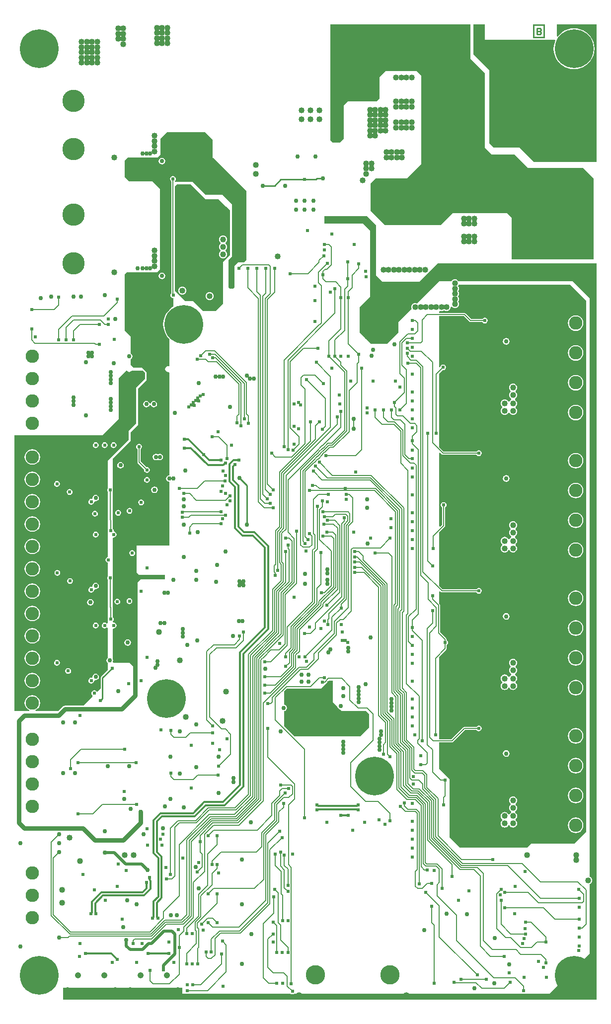
<source format=gbl>
%FSLAX25Y25*%
%MOIN*%
G70*
G01*
G75*
G04 Layer_Physical_Order=4*
G04 Layer_Color=16711680*
%ADD10O,0.06102X0.01378*%
%ADD11R,0.12205X0.20079*%
%ADD12R,0.13583X0.07087*%
%ADD13R,0.02953X0.03740*%
%ADD14R,0.05500X0.05000*%
%ADD15R,0.05000X0.05500*%
%ADD16R,0.01575X0.05315*%
%ADD17R,0.11417X0.07480*%
G04:AMPARAMS|DCode=18|XSize=37.4mil|YSize=29.53mil|CornerRadius=0mil|HoleSize=0mil|Usage=FLASHONLY|Rotation=180.000|XOffset=0mil|YOffset=0mil|HoleType=Round|Shape=Octagon|*
%AMOCTAGOND18*
4,1,8,-0.01870,0.00738,-0.01870,-0.00738,-0.01132,-0.01476,0.01132,-0.01476,0.01870,-0.00738,0.01870,0.00738,0.01132,0.01476,-0.01132,0.01476,-0.01870,0.00738,0.0*
%
%ADD18OCTAGOND18*%

%ADD19R,0.03740X0.02953*%
G04:AMPARAMS|DCode=20|XSize=37.4mil|YSize=29.53mil|CornerRadius=0mil|HoleSize=0mil|Usage=FLASHONLY|Rotation=270.000|XOffset=0mil|YOffset=0mil|HoleType=Round|Shape=Octagon|*
%AMOCTAGOND20*
4,1,8,-0.00738,-0.01870,0.00738,-0.01870,0.01476,-0.01132,0.01476,0.01132,0.00738,0.01870,-0.00738,0.01870,-0.01476,0.01132,-0.01476,-0.01132,-0.00738,-0.01870,0.0*
%
%ADD20OCTAGOND20*%

%ADD21R,0.02362X0.05512*%
%ADD22O,0.06693X0.01378*%
%ADD23R,0.06299X0.03937*%
%ADD24R,0.06299X0.11811*%
%ADD25R,0.26378X0.26378*%
%ADD26R,0.11811X0.06299*%
%ADD27R,0.26378X0.26378*%
%ADD28R,0.04961X0.08071*%
%ADD29R,0.02559X0.01181*%
%ADD30R,0.02756X0.00984*%
%ADD31R,0.00984X0.02756*%
%ADD32R,0.09843X0.09843*%
%ADD33R,0.07100X0.07900*%
%ADD34O,0.08268X0.01181*%
%ADD35O,0.01181X0.08268*%
%ADD36O,0.07087X0.02362*%
%ADD37O,0.02362X0.06693*%
%ADD38O,0.06496X0.01299*%
%ADD39R,0.06299X0.15354*%
%ADD40R,0.03189X0.18110*%
%ADD41R,0.02402X0.18110*%
%ADD42R,0.16000X0.06000*%
%ADD43R,0.50394X0.13780*%
%ADD44R,0.13780X0.50394*%
%ADD45R,0.06000X0.16000*%
%ADD46O,0.06496X0.01181*%
%ADD47O,0.01181X0.06496*%
%ADD48O,0.06299X0.01772*%
%ADD49R,0.31496X0.08661*%
%ADD50R,0.06299X0.08307*%
%ADD51R,0.03150X0.02362*%
%ADD52R,0.05512X0.02362*%
%ADD53R,0.10000X0.05000*%
%ADD54R,0.01378X0.05906*%
%ADD55O,0.01378X0.05906*%
%ADD56R,0.12205X0.11811*%
%ADD57R,0.02441X0.04803*%
%ADD58R,0.10039X0.06102*%
%ADD59R,0.04803X0.02441*%
%ADD60R,0.05906X0.09843*%
%ADD61R,0.03150X0.02756*%
%ADD62O,0.00984X0.02165*%
%ADD63R,0.02362X0.04331*%
%ADD64R,0.02362X0.03150*%
%ADD65R,0.02992X0.08071*%
%ADD66R,0.07000X0.06000*%
%ADD67R,0.06300X0.10600*%
%ADD68R,0.05512X0.04724*%
%ADD69R,0.10630X0.03937*%
%ADD70R,0.03189X0.09646*%
%ADD71R,0.04331X0.03150*%
%ADD72R,0.09055X0.09252*%
%ADD73R,0.09252X0.09055*%
%ADD74R,0.03150X0.04331*%
%ADD75R,0.06000X0.07000*%
%ADD76R,0.04724X0.05512*%
%ADD77R,0.14488X0.05000*%
%ADD78R,0.05315X0.02362*%
%ADD79R,0.05315X0.04134*%
%ADD80C,0.06000*%
%ADD81R,0.04724X0.04331*%
%ADD82R,0.01969X0.03543*%
%ADD83R,0.03543X0.07874*%
%ADD84R,0.04331X0.05906*%
%ADD85R,0.03543X0.01772*%
%ADD86C,0.00700*%
%ADD87C,0.01200*%
%ADD88C,0.01000*%
%ADD89C,0.02000*%
%ADD90C,0.01500*%
%ADD91C,0.03000*%
%ADD92C,0.04160*%
%ADD93O,0.05413X0.07480*%
%ADD94C,0.09000*%
%ADD95C,0.26000*%
%ADD96C,0.12992*%
%ADD97C,0.15000*%
%ADD98C,0.04000*%
%ADD99C,0.03000*%
%ADD100C,0.02400*%
G36*
X123000Y545000D02*
X129500Y538500D01*
X138500D01*
X143500Y533500D01*
X146000Y531000D01*
Y522500D01*
Y501000D01*
X142500Y497500D01*
X141500Y496500D01*
Y484000D01*
Y468500D01*
X138000Y465000D01*
X136500Y463500D01*
X128000D01*
X124000Y467500D01*
X121500Y470000D01*
X116000D01*
X113500Y472500D01*
X109000Y477000D01*
Y495500D01*
Y547000D01*
X110500Y548500D01*
X119500D01*
X123000Y545000D01*
D02*
G37*
G36*
X384951Y470628D02*
Y114030D01*
X377000Y106079D01*
X348000D01*
X345500Y103579D01*
X300500D01*
X293500Y110579D01*
Y149579D01*
X286500Y156579D01*
Y174008D01*
X295000D01*
X295410Y174090D01*
X295757Y174322D01*
X295757Y174322D01*
X295757Y174322D01*
X303843Y182408D01*
X311430D01*
X311630Y182109D01*
X312259Y181689D01*
X313000Y181542D01*
X313741Y181689D01*
X314370Y182109D01*
X314790Y182737D01*
X314937Y183479D01*
X314790Y184220D01*
X314370Y184849D01*
X313741Y185268D01*
X313000Y185416D01*
X312259Y185268D01*
X311630Y184849D01*
X311430Y184549D01*
X303400D01*
X302990Y184468D01*
X302643Y184236D01*
X302643Y184236D01*
X294557Y176149D01*
X286500D01*
Y231565D01*
X291257Y236322D01*
X291489Y236669D01*
X291571Y237079D01*
X291571Y237079D01*
Y239511D01*
X291870Y239711D01*
X292290Y240340D01*
X292437Y241081D01*
X292290Y241822D01*
X291870Y242451D01*
X291571Y242651D01*
Y243079D01*
X291489Y243488D01*
X291257Y243836D01*
X287071Y248022D01*
Y266079D01*
X286989Y266488D01*
X286757Y266836D01*
X286757Y266836D01*
X286500Y267093D01*
Y275150D01*
X287147Y275418D01*
X287543Y275022D01*
X287543Y275022D01*
X287890Y274790D01*
X287890Y274790D01*
X287890Y274790D01*
D01*
X287890Y274790D01*
X287890Y274790D01*
X288300Y274708D01*
X311430D01*
X311630Y274409D01*
X312259Y273989D01*
X313000Y273842D01*
X313741Y273989D01*
X314370Y274409D01*
X314790Y275037D01*
X314937Y275779D01*
X314790Y276520D01*
X314370Y277149D01*
X313741Y277569D01*
X313000Y277716D01*
X312259Y277569D01*
X311630Y277149D01*
X311430Y276849D01*
X288743D01*
X286500Y279093D01*
Y315065D01*
X290257Y318822D01*
X290257Y318822D01*
X290489Y319169D01*
X290571Y319579D01*
Y331811D01*
X290870Y332011D01*
X291290Y332640D01*
X291437Y333381D01*
X291290Y334122D01*
X290870Y334751D01*
X290241Y335171D01*
X289500Y335318D01*
X288759Y335171D01*
X288130Y334751D01*
X287710Y334122D01*
X287563Y333381D01*
X287710Y332640D01*
X288130Y332011D01*
X288429Y331811D01*
Y320022D01*
X287147Y318740D01*
X286500Y319007D01*
Y368150D01*
X287147Y368418D01*
X288243Y367322D01*
X288243Y367322D01*
X288590Y367090D01*
X289000Y367008D01*
X311430D01*
X311630Y366709D01*
X312259Y366289D01*
X313000Y366142D01*
X313741Y366289D01*
X314370Y366709D01*
X314790Y367337D01*
X314937Y368079D01*
X314790Y368820D01*
X314370Y369449D01*
X313741Y369868D01*
X313000Y370016D01*
X312259Y369868D01*
X311630Y369449D01*
X311430Y369149D01*
X289443D01*
X286500Y372093D01*
Y421565D01*
X288749Y423814D01*
X289102Y423744D01*
X289844Y423891D01*
X290472Y424311D01*
X290892Y424940D01*
X291040Y425681D01*
X290892Y426422D01*
X290472Y427051D01*
X289844Y427471D01*
X289102Y427618D01*
X288361Y427471D01*
X287733Y427051D01*
X287313Y426422D01*
X287197Y425839D01*
X286500Y425908D01*
Y460008D01*
X303057D01*
X306743Y456322D01*
X306743Y456322D01*
X307090Y456090D01*
X307500Y456008D01*
X315430D01*
X315630Y455709D01*
X316259Y455289D01*
X317000Y455141D01*
X317741Y455289D01*
X318370Y455709D01*
X318790Y456337D01*
X318937Y457079D01*
X318790Y457820D01*
X318370Y458449D01*
X317741Y458869D01*
X317000Y459016D01*
X316259Y458869D01*
X315630Y458449D01*
X315430Y458149D01*
X307943D01*
X304257Y461836D01*
X303910Y462068D01*
X303500Y462149D01*
X286500D01*
Y463148D01*
X287082Y463537D01*
X287295Y463448D01*
X288000Y463355D01*
X288705Y463448D01*
X289362Y463720D01*
X289750Y464018D01*
X290138Y463720D01*
X290795Y463448D01*
X291500Y463355D01*
X292205Y463448D01*
X292862Y463720D01*
X293426Y464153D01*
X293858Y464717D01*
X294130Y465374D01*
X294223Y466079D01*
X294212Y466166D01*
X294859Y466434D01*
X295074Y466153D01*
X295638Y465720D01*
X296295Y465448D01*
X297000Y465355D01*
X297705Y465448D01*
X298362Y465720D01*
X298926Y466153D01*
X299358Y466717D01*
X299630Y467374D01*
X299723Y468079D01*
X299630Y468784D01*
X299358Y469440D01*
X299060Y469829D01*
X299358Y470217D01*
X299630Y470874D01*
X299723Y471579D01*
X299630Y472284D01*
X299358Y472940D01*
X299060Y473329D01*
X299358Y473717D01*
X299630Y474374D01*
X299723Y475079D01*
X299630Y475784D01*
X299358Y476440D01*
X299060Y476829D01*
X299358Y477217D01*
X299630Y477874D01*
X299723Y478579D01*
X299630Y479284D01*
X299358Y479940D01*
X299060Y480329D01*
X299358Y480717D01*
X299488Y481030D01*
X374549D01*
X384951Y470628D01*
D02*
G37*
G36*
X134500Y578579D02*
Y566579D01*
X157000Y544079D01*
Y497579D01*
X155500Y496079D01*
X151500D01*
X149000Y493579D01*
Y479579D01*
X148000Y478579D01*
X146000D01*
X145000Y479579D01*
Y497579D01*
X147500Y500079D01*
Y535079D01*
X141000Y541579D01*
X129500D01*
X121000Y550079D01*
X109500D01*
D01*
D01*
D01*
X109122Y550644D01*
X109220Y550709D01*
X109640Y551337D01*
X109787Y552079D01*
X109640Y552820D01*
X109220Y553449D01*
X108591Y553868D01*
X107850Y554016D01*
X107109Y553868D01*
X106480Y553449D01*
X106060Y552820D01*
X105913Y552079D01*
X106060Y551337D01*
X106480Y550709D01*
X106779Y550509D01*
Y475548D01*
X106630Y475449D01*
X106210Y474820D01*
X106063Y474079D01*
X106210Y473337D01*
X106630Y472709D01*
X107259Y472289D01*
X108000Y472142D01*
Y466357D01*
X106922Y465696D01*
X105283Y464296D01*
X103882Y462656D01*
X102755Y460818D01*
X101930Y458825D01*
X101427Y456729D01*
X101258Y454579D01*
X101427Y452429D01*
X101930Y450332D01*
X102755Y448340D01*
X103882Y446501D01*
X105283Y444861D01*
X105500Y444676D01*
Y426869D01*
X104959Y426425D01*
X104500Y426516D01*
X103759Y426369D01*
X103130Y425949D01*
X102710Y425320D01*
X102563Y424579D01*
X102710Y423837D01*
X103130Y423209D01*
X103759Y422789D01*
X104500Y422642D01*
X104853Y422712D01*
X105500Y422065D01*
Y353322D01*
X104642Y353151D01*
X103914Y352665D01*
X103428Y351937D01*
X103257Y351079D01*
X103428Y350220D01*
X103914Y349493D01*
X104642Y349006D01*
X105500Y348836D01*
Y306079D01*
X83500D01*
Y288079D01*
X85000Y286579D01*
X102500D01*
Y283500D01*
X86000D01*
X84000Y281500D01*
Y224000D01*
X82000D01*
X78500Y227500D01*
X67834D01*
X67503Y228117D01*
X67572Y228220D01*
X67743Y229079D01*
X67572Y229937D01*
X67500Y230045D01*
Y250231D01*
X68000Y250641D01*
X68741Y250789D01*
X69370Y251209D01*
X69790Y251837D01*
X69937Y252579D01*
X69790Y253320D01*
X69370Y253949D01*
X68741Y254368D01*
X68000Y254516D01*
X67500Y254926D01*
Y255346D01*
X67520Y255359D01*
X67940Y255987D01*
X68087Y256729D01*
X67940Y257470D01*
X67520Y258099D01*
X67500Y258112D01*
Y284183D01*
X67555Y284461D01*
X67500Y284739D01*
Y311231D01*
X68000Y311642D01*
X68741Y311789D01*
X69370Y312209D01*
X69790Y312837D01*
X69937Y313579D01*
X69790Y314320D01*
X69370Y314949D01*
X68741Y315369D01*
X68433Y315430D01*
X68044Y316012D01*
X68087Y316229D01*
X67940Y316970D01*
X67520Y317599D01*
X67500Y317612D01*
Y343182D01*
X67555Y343461D01*
X67500Y343739D01*
Y364579D01*
X79500Y376579D01*
Y382079D01*
X84500Y387079D01*
X84500Y396079D01*
X84500Y411579D01*
X90000Y417079D01*
Y422579D01*
X87000Y425579D01*
X81500D01*
X79500Y427579D01*
Y431101D01*
X80086Y431493D01*
X80572Y432220D01*
X80743Y433079D01*
X80572Y433937D01*
X80086Y434665D01*
X79500Y435056D01*
Y446579D01*
X75500Y450579D01*
Y488079D01*
X77000Y489579D01*
X97000D01*
X99000Y491579D01*
Y545579D01*
X94000Y550579D01*
X78500D01*
X75500Y553579D01*
Y564579D01*
X77500Y566579D01*
X97500D01*
X99500Y568579D01*
Y579079D01*
X104000Y583579D01*
X129500D01*
X134500Y578579D01*
D02*
G37*
G36*
X215000Y201079D02*
X218220Y197858D01*
X218278Y197570D01*
X218764Y196843D01*
X219492Y196356D01*
X219780Y196299D01*
X221000Y195079D01*
X237500D01*
X239500Y193079D01*
Y184079D01*
X233421Y178000D01*
X189579D01*
X182500Y185079D01*
Y195055D01*
X183008Y195156D01*
X183736Y195643D01*
X184222Y196370D01*
X184393Y197229D01*
X184222Y198087D01*
X183736Y198815D01*
X183008Y199301D01*
X182500Y199402D01*
Y208565D01*
X184014Y210079D01*
X207000D01*
X212500Y215579D01*
X215000D01*
Y201079D01*
D02*
G37*
G36*
X155000Y279579D02*
X152500D01*
Y282079D01*
X155000D01*
Y279579D01*
D02*
G37*
G36*
X89000Y422079D02*
Y418079D01*
X83000Y412079D01*
Y388079D01*
X78000Y383079D01*
Y377079D01*
X64000Y363079D01*
Y344459D01*
X63828Y344202D01*
X63681Y343461D01*
X63828Y342719D01*
X64000Y342462D01*
Y298416D01*
X63759Y298369D01*
X63130Y297949D01*
X62710Y297320D01*
X62563Y296579D01*
X62710Y295837D01*
X63130Y295209D01*
X63759Y294789D01*
X64000Y294741D01*
Y285459D01*
X63828Y285202D01*
X63681Y284461D01*
X63828Y283719D01*
X64000Y283462D01*
Y254370D01*
X63370Y253949D01*
X62741Y254368D01*
X62000Y254516D01*
X61259Y254368D01*
X60630Y253949D01*
X60210Y253320D01*
X60063Y252579D01*
X60210Y251837D01*
X60630Y251209D01*
X61259Y250789D01*
X62000Y250641D01*
X62741Y250789D01*
X63370Y251209D01*
X64000Y250788D01*
Y230722D01*
X63914Y230665D01*
X63428Y229937D01*
X63257Y229079D01*
X63428Y228220D01*
X63914Y227493D01*
X64000Y227435D01*
Y222691D01*
X59635Y218326D01*
X59370Y217929D01*
X59276Y217461D01*
Y210355D01*
X57161Y208239D01*
X56464Y208308D01*
X56370Y208449D01*
X55741Y208869D01*
X55000Y209016D01*
X54259Y208869D01*
X53630Y208449D01*
X53210Y207820D01*
X53063Y207079D01*
X53210Y206337D01*
X53630Y205709D01*
X53771Y205615D01*
X53839Y204918D01*
X47664Y198743D01*
X35421D01*
X34563Y198572D01*
X33835Y198086D01*
X30828Y195079D01*
X15604D01*
X15468Y195765D01*
X16122Y196037D01*
X17209Y196870D01*
X18042Y197956D01*
X18566Y199221D01*
X18745Y200579D01*
X18566Y201936D01*
X18042Y203201D01*
X17209Y204287D01*
X16122Y205121D01*
X14857Y205645D01*
X13500Y205824D01*
X12143Y205645D01*
X10878Y205121D01*
X9791Y204287D01*
X8958Y203201D01*
X8434Y201936D01*
X8255Y200579D01*
X8434Y199221D01*
X8958Y197956D01*
X9791Y196870D01*
X10878Y196037D01*
X11532Y195765D01*
X11396Y195079D01*
X1529D01*
Y380079D01*
X60500D01*
X71500Y391079D01*
Y418579D01*
X76340Y423418D01*
X77036Y423350D01*
X77130Y423209D01*
X77759Y422789D01*
X78500Y422642D01*
X79241Y422789D01*
X79870Y423209D01*
X80117Y423579D01*
X87500D01*
X89000Y422079D01*
D02*
G37*
G36*
X53500Y433000D02*
X51000D01*
Y435500D01*
X53500D01*
Y433000D01*
D02*
G37*
G36*
X392171Y563579D02*
X350000D01*
X340500Y573079D01*
X323000D01*
X320000Y576079D01*
Y625079D01*
X309500Y635579D01*
Y655951D01*
X317000D01*
Y645579D01*
X364248D01*
X364526Y645163D01*
X363930Y643725D01*
X363427Y641629D01*
X363258Y639479D01*
X363427Y637329D01*
X363930Y635232D01*
X364756Y633240D01*
X365882Y631401D01*
X367283Y629761D01*
X368922Y628361D01*
X370761Y627234D01*
X372753Y626409D01*
X374850Y625906D01*
X377000Y625736D01*
X379150Y625906D01*
X381247Y626409D01*
X383239Y627234D01*
X385078Y628361D01*
X386717Y629761D01*
X388118Y631401D01*
X389245Y633240D01*
X390070Y635232D01*
X390573Y637329D01*
X390742Y639479D01*
X390573Y641629D01*
X390070Y643725D01*
X389245Y645718D01*
X388118Y647556D01*
X386717Y649196D01*
X385078Y650597D01*
X383239Y651723D01*
X381247Y652549D01*
X379150Y653052D01*
X377000Y653221D01*
X374850Y653052D01*
X372753Y652549D01*
X370761Y651723D01*
X368922Y650597D01*
X367283Y649196D01*
X365969Y647658D01*
X365500Y647831D01*
Y655951D01*
X392171D01*
Y563579D01*
D02*
G37*
G36*
X357300Y646479D02*
X349500D01*
Y655679D01*
X357300D01*
Y646479D01*
D02*
G37*
G36*
X244000Y521079D02*
Y487579D01*
X248500Y483079D01*
X273000D01*
X285500Y495579D01*
X392171D01*
Y1529D01*
X34000D01*
Y9579D01*
X114000D01*
Y5579D01*
X186825D01*
X187259Y5289D01*
X188000Y5142D01*
X188741Y5289D01*
X189175Y5579D01*
X360579D01*
X387500Y32500D01*
Y49724D01*
X387571Y50079D01*
X387571Y50079D01*
Y75579D01*
X387500Y75933D01*
Y79071D01*
X387862Y79220D01*
X388426Y79653D01*
X388858Y80217D01*
X389130Y80874D01*
X389223Y81579D01*
X389130Y82284D01*
X388858Y82940D01*
X388426Y83504D01*
X387862Y83937D01*
X387500Y84087D01*
Y472079D01*
X376000Y483579D01*
X299252D01*
X298926Y484004D01*
X298362Y484437D01*
X297705Y484709D01*
X297000Y484802D01*
X296295Y484709D01*
X295638Y484437D01*
X295074Y484004D01*
X294748Y483579D01*
X286500D01*
X271506Y468585D01*
X271205Y468709D01*
X270500Y468802D01*
X269795Y468709D01*
X269138Y468437D01*
X268574Y468004D01*
X268142Y467440D01*
X267869Y466784D01*
X267777Y466079D01*
X267869Y465374D01*
X267994Y465073D01*
X259000Y456079D01*
Y449079D01*
X251500Y441579D01*
X240500D01*
X233000Y449079D01*
Y466079D01*
X240000Y473079D01*
Y517579D01*
X235500Y522079D01*
X209500D01*
Y527079D01*
X238000D01*
X244000Y521079D01*
D02*
G37*
G36*
X307500Y632500D02*
X317000Y623000D01*
Y573079D01*
X321500Y568579D01*
X337000D01*
X346000Y559579D01*
X383000D01*
X390000Y552579D01*
Y498128D01*
X335000D01*
Y526000D01*
X332000Y529000D01*
X295500D01*
X287500Y521000D01*
X250000D01*
X240500Y530500D01*
Y549079D01*
X244000Y552579D01*
X265000D01*
X274500Y562079D01*
Y621579D01*
X271500Y624579D01*
X250500D01*
X246500Y620579D01*
Y606000D01*
X244500Y604000D01*
X225000D01*
X222500Y601500D01*
Y579079D01*
X220000Y576579D01*
X215000D01*
X213500Y578079D01*
Y655951D01*
X307500D01*
Y632500D01*
D02*
G37*
%LPC*%
G36*
X70500Y270516D02*
X69759Y270369D01*
X69130Y269949D01*
X68710Y269320D01*
X68563Y268579D01*
X68710Y267837D01*
X69130Y267209D01*
X69759Y266789D01*
X70500Y266641D01*
X71241Y266789D01*
X71870Y267209D01*
X72290Y267837D01*
X72437Y268579D01*
X72290Y269320D01*
X71870Y269949D01*
X71241Y270369D01*
X70500Y270516D01*
D02*
G37*
G36*
X52500Y270322D02*
X51642Y270151D01*
X50914Y269665D01*
X50428Y268937D01*
X50257Y268079D01*
X50428Y267220D01*
X50914Y266493D01*
X51642Y266006D01*
X52500Y265836D01*
X53358Y266006D01*
X54086Y266493D01*
X54572Y267220D01*
X54743Y268079D01*
X54572Y268937D01*
X54086Y269665D01*
X53358Y270151D01*
X52500Y270322D01*
D02*
G37*
G36*
X13500Y280824D02*
X12143Y280645D01*
X10878Y280121D01*
X9791Y279287D01*
X8958Y278201D01*
X8434Y276936D01*
X8255Y275579D01*
X8434Y274221D01*
X8958Y272956D01*
X9791Y271870D01*
X10878Y271037D01*
X12143Y270513D01*
X13500Y270334D01*
X14857Y270513D01*
X16122Y271037D01*
X17209Y271870D01*
X18042Y272956D01*
X18566Y274221D01*
X18745Y275579D01*
X18566Y276936D01*
X18042Y278201D01*
X17209Y279287D01*
X16122Y280121D01*
X14857Y280645D01*
X13500Y280824D01*
D02*
G37*
G36*
X78650Y270866D02*
X77909Y270719D01*
X77280Y270299D01*
X76860Y269670D01*
X76713Y268929D01*
X76860Y268187D01*
X77280Y267559D01*
X77909Y267139D01*
X78650Y266991D01*
X79391Y267139D01*
X80020Y267559D01*
X80440Y268187D01*
X80587Y268929D01*
X80440Y269670D01*
X80020Y270299D01*
X79391Y270719D01*
X78650Y270866D01*
D02*
G37*
G36*
X13500Y265824D02*
X12143Y265645D01*
X10878Y265121D01*
X9791Y264287D01*
X8958Y263201D01*
X8434Y261936D01*
X8255Y260579D01*
X8434Y259221D01*
X8958Y257956D01*
X9791Y256870D01*
X10878Y256036D01*
X12143Y255513D01*
X13500Y255334D01*
X14857Y255513D01*
X16122Y256036D01*
X17209Y256870D01*
X18042Y257956D01*
X18566Y259221D01*
X18745Y260579D01*
X18566Y261936D01*
X18042Y263201D01*
X17209Y264287D01*
X16122Y265121D01*
X14857Y265645D01*
X13500Y265824D01*
D02*
G37*
G36*
X56000Y254516D02*
X55259Y254368D01*
X54630Y253949D01*
X54210Y253320D01*
X54063Y252579D01*
X54210Y251837D01*
X54630Y251209D01*
X55259Y250789D01*
X56000Y250641D01*
X56741Y250789D01*
X57370Y251209D01*
X57790Y251837D01*
X57937Y252579D01*
X57790Y253320D01*
X57370Y253949D01*
X56741Y254368D01*
X56000Y254516D01*
D02*
G37*
G36*
X378000Y276024D02*
X376642Y275845D01*
X375378Y275321D01*
X374291Y274487D01*
X373458Y273401D01*
X372934Y272136D01*
X372755Y270779D01*
X372934Y269421D01*
X373458Y268156D01*
X374291Y267070D01*
X375378Y266236D01*
X376642Y265713D01*
X378000Y265534D01*
X379358Y265713D01*
X380622Y266236D01*
X381709Y267070D01*
X382542Y268156D01*
X383066Y269421D01*
X383245Y270779D01*
X383066Y272136D01*
X382542Y273401D01*
X381709Y274487D01*
X380622Y275321D01*
X379358Y275845D01*
X378000Y276024D01*
D02*
G37*
G36*
X331480Y260873D02*
X330622Y260702D01*
X329894Y260216D01*
X329408Y259488D01*
X329237Y258629D01*
X329408Y257771D01*
X329894Y257043D01*
X330622Y256557D01*
X331480Y256386D01*
X332339Y256557D01*
X333066Y257043D01*
X333553Y257771D01*
X333723Y258629D01*
X333553Y259488D01*
X333066Y260216D01*
X332339Y260702D01*
X331480Y260873D01*
D02*
G37*
G36*
X336000Y322502D02*
X335295Y322409D01*
X334638Y322137D01*
X334074Y321704D01*
X333642Y321140D01*
X333369Y320484D01*
X333277Y319779D01*
X333369Y319074D01*
X333642Y318417D01*
X334074Y317853D01*
X334367Y317629D01*
Y316929D01*
X334074Y316704D01*
X333642Y316140D01*
X333369Y315484D01*
X333277Y314779D01*
X333369Y314074D01*
X333642Y313417D01*
X334074Y312853D01*
X334638Y312420D01*
X334739Y312379D01*
Y311679D01*
X334638Y311637D01*
X334074Y311204D01*
X333642Y310640D01*
X333600Y310540D01*
X332900D01*
X332858Y310640D01*
X332426Y311204D01*
X331862Y311637D01*
X331205Y311909D01*
X330500Y312002D01*
X329795Y311909D01*
X329138Y311637D01*
X328574Y311204D01*
X328142Y310640D01*
X327870Y309984D01*
X327777Y309279D01*
X327870Y308574D01*
X328142Y307917D01*
X328574Y307353D01*
X328867Y307129D01*
Y306429D01*
X328574Y306204D01*
X328142Y305640D01*
X327870Y304984D01*
X327777Y304279D01*
X327870Y303574D01*
X328142Y302917D01*
X328574Y302353D01*
X329138Y301920D01*
X329795Y301648D01*
X330500Y301555D01*
X331205Y301648D01*
X331862Y301920D01*
X332426Y302353D01*
X332858Y302917D01*
X332900Y303017D01*
X333600D01*
X333642Y302917D01*
X334074Y302353D01*
X334638Y301920D01*
X335295Y301648D01*
X336000Y301555D01*
X336705Y301648D01*
X337362Y301920D01*
X337926Y302353D01*
X338358Y302917D01*
X338631Y303574D01*
X338723Y304279D01*
X338631Y304984D01*
X338358Y305640D01*
X337926Y306204D01*
X337633Y306429D01*
Y307129D01*
X337926Y307353D01*
X338358Y307917D01*
X338631Y308574D01*
X338723Y309279D01*
X338631Y309984D01*
X338358Y310640D01*
X337926Y311204D01*
X337362Y311637D01*
X337261Y311679D01*
Y312379D01*
X337362Y312420D01*
X337926Y312853D01*
X338358Y313417D01*
X338631Y314074D01*
X338723Y314779D01*
X338631Y315484D01*
X338358Y316140D01*
X337926Y316704D01*
X337633Y316929D01*
Y317629D01*
X337926Y317853D01*
X338358Y318417D01*
X338631Y319074D01*
X338723Y319779D01*
X338631Y320484D01*
X338358Y321140D01*
X337926Y321704D01*
X337362Y322137D01*
X336705Y322409D01*
X336000Y322502D01*
D02*
G37*
G36*
X30240Y289776D02*
X29499Y289628D01*
X28870Y289208D01*
X28450Y288580D01*
X28303Y287839D01*
X28450Y287097D01*
X28870Y286469D01*
X29499Y286049D01*
X30240Y285901D01*
X30981Y286049D01*
X31610Y286469D01*
X32030Y287097D01*
X32177Y287839D01*
X32030Y288580D01*
X31610Y289208D01*
X30981Y289628D01*
X30240Y289776D01*
D02*
G37*
G36*
X13500Y310824D02*
X12143Y310645D01*
X10878Y310121D01*
X9791Y309287D01*
X8958Y308201D01*
X8434Y306936D01*
X8255Y305579D01*
X8434Y304221D01*
X8958Y302956D01*
X9791Y301870D01*
X10878Y301037D01*
X12143Y300513D01*
X13500Y300334D01*
X14857Y300513D01*
X16122Y301037D01*
X17209Y301870D01*
X18042Y302956D01*
X18566Y304221D01*
X18745Y305579D01*
X18566Y306936D01*
X18042Y308201D01*
X17209Y309287D01*
X16122Y310121D01*
X14857Y310645D01*
X13500Y310824D01*
D02*
G37*
G36*
Y295824D02*
X12143Y295645D01*
X10878Y295121D01*
X9791Y294287D01*
X8958Y293201D01*
X8434Y291936D01*
X8255Y290579D01*
X8434Y289221D01*
X8958Y287956D01*
X9791Y286870D01*
X10878Y286036D01*
X12143Y285513D01*
X13500Y285334D01*
X14857Y285513D01*
X16122Y286036D01*
X17209Y286870D01*
X18042Y287956D01*
X18566Y289221D01*
X18745Y290579D01*
X18566Y291936D01*
X18042Y293201D01*
X17209Y294287D01*
X16122Y295121D01*
X14857Y295645D01*
X13500Y295824D01*
D02*
G37*
G36*
X80500Y303016D02*
X79759Y302869D01*
X79130Y302449D01*
X78710Y301820D01*
X78563Y301079D01*
X78710Y300337D01*
X79130Y299709D01*
X79759Y299289D01*
X80500Y299142D01*
X81241Y299289D01*
X81870Y299709D01*
X82290Y300337D01*
X82437Y301079D01*
X82290Y301820D01*
X81870Y302449D01*
X81241Y302869D01*
X80500Y303016D01*
D02*
G37*
G36*
X56000Y281322D02*
X55142Y281151D01*
X54414Y280665D01*
X53928Y279937D01*
X53757Y279079D01*
X53782Y278954D01*
X53287Y278459D01*
X53000Y278516D01*
X52259Y278368D01*
X51630Y277949D01*
X51210Y277320D01*
X51063Y276579D01*
X51210Y275837D01*
X51630Y275209D01*
X52259Y274789D01*
X53000Y274641D01*
X53741Y274789D01*
X54370Y275209D01*
X54790Y275837D01*
X54930Y276544D01*
X55512Y276933D01*
X56000Y276836D01*
X56858Y277006D01*
X57586Y277493D01*
X58072Y278220D01*
X58243Y279079D01*
X58072Y279937D01*
X57586Y280665D01*
X56858Y281151D01*
X56000Y281322D01*
D02*
G37*
G36*
X38740Y284276D02*
X37999Y284128D01*
X37370Y283708D01*
X36950Y283080D01*
X36803Y282339D01*
X36950Y281597D01*
X37370Y280969D01*
X37999Y280549D01*
X38740Y280401D01*
X39481Y280549D01*
X40110Y280969D01*
X40530Y281597D01*
X40677Y282339D01*
X40530Y283080D01*
X40110Y283708D01*
X39481Y284128D01*
X38740Y284276D01*
D02*
G37*
G36*
X378000Y308324D02*
X376642Y308145D01*
X375378Y307621D01*
X374291Y306787D01*
X373458Y305701D01*
X372934Y304436D01*
X372755Y303079D01*
X372934Y301721D01*
X373458Y300456D01*
X374291Y299370D01*
X375378Y298536D01*
X376642Y298013D01*
X378000Y297834D01*
X379358Y298013D01*
X380622Y298536D01*
X381709Y299370D01*
X382542Y300456D01*
X383066Y301721D01*
X383245Y303079D01*
X383066Y304436D01*
X382542Y305701D01*
X381709Y306787D01*
X380622Y307621D01*
X379358Y308145D01*
X378000Y308324D01*
D02*
G37*
G36*
Y183724D02*
X376642Y183545D01*
X375378Y183021D01*
X374291Y182187D01*
X373458Y181101D01*
X372934Y179836D01*
X372755Y178479D01*
X372934Y177121D01*
X373458Y175856D01*
X374291Y174770D01*
X375378Y173937D01*
X376642Y173413D01*
X378000Y173234D01*
X379358Y173413D01*
X380622Y173937D01*
X381709Y174770D01*
X382542Y175856D01*
X383066Y177121D01*
X383245Y178479D01*
X383066Y179836D01*
X382542Y181101D01*
X381709Y182187D01*
X380622Y183021D01*
X379358Y183545D01*
X378000Y183724D01*
D02*
G37*
G36*
X331480Y168873D02*
X330622Y168702D01*
X329894Y168216D01*
X329408Y167488D01*
X329237Y166630D01*
X329408Y165771D01*
X329894Y165043D01*
X330622Y164557D01*
X331480Y164386D01*
X332339Y164557D01*
X333066Y165043D01*
X333553Y165771D01*
X333723Y166630D01*
X333553Y167488D01*
X333066Y168216D01*
X332339Y168702D01*
X331480Y168873D01*
D02*
G37*
G36*
X13500Y220824D02*
X12143Y220645D01*
X10878Y220121D01*
X9791Y219287D01*
X8958Y218201D01*
X8434Y216936D01*
X8255Y215579D01*
X8434Y214221D01*
X8958Y212956D01*
X9791Y211870D01*
X10878Y211036D01*
X12143Y210513D01*
X13500Y210334D01*
X14857Y210513D01*
X16122Y211036D01*
X17209Y211870D01*
X18042Y212956D01*
X18566Y214221D01*
X18745Y215579D01*
X18566Y216936D01*
X18042Y218201D01*
X17209Y219287D01*
X16122Y220121D01*
X14857Y220645D01*
X13500Y220824D01*
D02*
G37*
G36*
X378000Y216024D02*
X376642Y215845D01*
X375378Y215321D01*
X374291Y214487D01*
X373458Y213401D01*
X372934Y212136D01*
X372755Y210779D01*
X372934Y209421D01*
X373458Y208156D01*
X374291Y207070D01*
X375378Y206237D01*
X376642Y205713D01*
X378000Y205534D01*
X379358Y205713D01*
X380622Y206237D01*
X381709Y207070D01*
X382542Y208156D01*
X383066Y209421D01*
X383245Y210779D01*
X383066Y212136D01*
X382542Y213401D01*
X381709Y214487D01*
X380622Y215321D01*
X379358Y215845D01*
X378000Y216024D01*
D02*
G37*
G36*
X336000Y137902D02*
X335295Y137809D01*
X334638Y137537D01*
X334074Y137104D01*
X333642Y136540D01*
X333369Y135884D01*
X333277Y135179D01*
X333369Y134474D01*
X333642Y133817D01*
X334074Y133253D01*
X334367Y133029D01*
Y132329D01*
X334074Y132104D01*
X333642Y131540D01*
X333369Y130884D01*
X333277Y130179D01*
X333369Y129474D01*
X333642Y128817D01*
X334074Y128253D01*
X334638Y127820D01*
X334739Y127779D01*
Y127079D01*
X334638Y127037D01*
X334074Y126604D01*
X333642Y126040D01*
X333600Y125940D01*
X332900D01*
X332858Y126040D01*
X332426Y126604D01*
X331862Y127037D01*
X331205Y127309D01*
X330500Y127402D01*
X329795Y127309D01*
X329138Y127037D01*
X328574Y126604D01*
X328142Y126040D01*
X327870Y125384D01*
X327777Y124679D01*
X327870Y123974D01*
X328142Y123317D01*
X328574Y122753D01*
X328867Y122529D01*
Y121829D01*
X328574Y121604D01*
X328142Y121040D01*
X327870Y120384D01*
X327777Y119679D01*
X327870Y118974D01*
X328142Y118317D01*
X328574Y117753D01*
X329138Y117320D01*
X329795Y117048D01*
X330500Y116955D01*
X331205Y117048D01*
X331862Y117320D01*
X332426Y117753D01*
X332858Y118317D01*
X332900Y118417D01*
X333600D01*
X333642Y118317D01*
X334074Y117753D01*
X334638Y117320D01*
X335295Y117048D01*
X336000Y116955D01*
X336705Y117048D01*
X337362Y117320D01*
X337926Y117753D01*
X338358Y118317D01*
X338631Y118974D01*
X338723Y119679D01*
X338631Y120384D01*
X338358Y121040D01*
X337926Y121604D01*
X337633Y121829D01*
Y122529D01*
X337926Y122753D01*
X338358Y123317D01*
X338631Y123974D01*
X338723Y124679D01*
X338631Y125384D01*
X338358Y126040D01*
X337926Y126604D01*
X337362Y127037D01*
X337261Y127079D01*
Y127779D01*
X337362Y127820D01*
X337926Y128253D01*
X338358Y128817D01*
X338631Y129474D01*
X338723Y130179D01*
X338631Y130884D01*
X338358Y131540D01*
X337926Y132104D01*
X337633Y132329D01*
Y133029D01*
X337926Y133253D01*
X338358Y133817D01*
X338631Y134474D01*
X338723Y135179D01*
X338631Y135884D01*
X338358Y136540D01*
X337926Y137104D01*
X337362Y137537D01*
X336705Y137809D01*
X336000Y137902D01*
D02*
G37*
G36*
X378000Y123724D02*
X376642Y123545D01*
X375378Y123021D01*
X374291Y122187D01*
X373458Y121101D01*
X372934Y119836D01*
X372755Y118479D01*
X372934Y117121D01*
X373458Y115856D01*
X374291Y114770D01*
X375378Y113937D01*
X376642Y113413D01*
X378000Y113234D01*
X379358Y113413D01*
X380622Y113937D01*
X381709Y114770D01*
X382542Y115856D01*
X383066Y117121D01*
X383245Y118479D01*
X383066Y119836D01*
X382542Y121101D01*
X381709Y122187D01*
X380622Y123021D01*
X379358Y123545D01*
X378000Y123724D01*
D02*
G37*
G36*
Y163724D02*
X376642Y163545D01*
X375378Y163021D01*
X374291Y162187D01*
X373458Y161101D01*
X372934Y159836D01*
X372755Y158479D01*
X372934Y157121D01*
X373458Y155856D01*
X374291Y154770D01*
X375378Y153937D01*
X376642Y153413D01*
X378000Y153234D01*
X379358Y153413D01*
X380622Y153937D01*
X381709Y154770D01*
X382542Y155856D01*
X383066Y157121D01*
X383245Y158479D01*
X383066Y159836D01*
X382542Y161101D01*
X381709Y162187D01*
X380622Y163021D01*
X379358Y163545D01*
X378000Y163724D01*
D02*
G37*
G36*
Y143724D02*
X376642Y143545D01*
X375378Y143021D01*
X374291Y142187D01*
X373458Y141101D01*
X372934Y139836D01*
X372755Y138479D01*
X372934Y137121D01*
X373458Y135856D01*
X374291Y134770D01*
X375378Y133937D01*
X376642Y133413D01*
X378000Y133234D01*
X379358Y133413D01*
X380622Y133937D01*
X381709Y134770D01*
X382542Y135856D01*
X383066Y137121D01*
X383245Y138479D01*
X383066Y139836D01*
X382542Y141101D01*
X381709Y142187D01*
X380622Y143021D01*
X379358Y143545D01*
X378000Y143724D01*
D02*
G37*
G36*
X56000Y220322D02*
X55142Y220151D01*
X54414Y219665D01*
X53928Y218937D01*
X53757Y218079D01*
X53782Y217954D01*
X53287Y217459D01*
X53000Y217516D01*
X52259Y217369D01*
X51630Y216949D01*
X51210Y216320D01*
X51063Y215579D01*
X51210Y214837D01*
X51630Y214209D01*
X52259Y213789D01*
X53000Y213642D01*
X53741Y213789D01*
X54370Y214209D01*
X54790Y214837D01*
X54930Y215544D01*
X55512Y215933D01*
X56000Y215836D01*
X56858Y216006D01*
X57586Y216493D01*
X58072Y217220D01*
X58243Y218079D01*
X58072Y218937D01*
X57586Y219665D01*
X56858Y220151D01*
X56000Y220322D01*
D02*
G37*
G36*
X77500Y243322D02*
X76642Y243151D01*
X75914Y242665D01*
X75428Y241937D01*
X75257Y241079D01*
X75428Y240220D01*
X75914Y239493D01*
X76642Y239006D01*
X77500Y238836D01*
X78358Y239006D01*
X79086Y239493D01*
X79572Y240220D01*
X79743Y241079D01*
X79572Y241937D01*
X79086Y242665D01*
X78358Y243151D01*
X77500Y243322D01*
D02*
G37*
G36*
X30000Y229516D02*
X29259Y229368D01*
X28630Y228949D01*
X28210Y228320D01*
X28063Y227579D01*
X28210Y226837D01*
X28630Y226209D01*
X29259Y225789D01*
X30000Y225641D01*
X30741Y225789D01*
X31370Y226209D01*
X31790Y226837D01*
X31937Y227579D01*
X31790Y228320D01*
X31370Y228949D01*
X30741Y229368D01*
X30000Y229516D01*
D02*
G37*
G36*
X378000Y256024D02*
X376642Y255845D01*
X375378Y255321D01*
X374291Y254487D01*
X373458Y253401D01*
X372934Y252136D01*
X372755Y250779D01*
X372934Y249421D01*
X373458Y248156D01*
X374291Y247070D01*
X375378Y246236D01*
X376642Y245713D01*
X378000Y245534D01*
X379358Y245713D01*
X380622Y246236D01*
X381709Y247070D01*
X382542Y248156D01*
X383066Y249421D01*
X383245Y250779D01*
X383066Y252136D01*
X382542Y253401D01*
X381709Y254487D01*
X380622Y255321D01*
X379358Y255845D01*
X378000Y256024D01*
D02*
G37*
G36*
X13500Y250824D02*
X12143Y250645D01*
X10878Y250121D01*
X9791Y249287D01*
X8958Y248201D01*
X8434Y246936D01*
X8255Y245579D01*
X8434Y244221D01*
X8958Y242956D01*
X9791Y241870D01*
X10878Y241037D01*
X12143Y240513D01*
X13500Y240334D01*
X14857Y240513D01*
X16122Y241037D01*
X17209Y241870D01*
X18042Y242956D01*
X18566Y244221D01*
X18745Y245579D01*
X18566Y246936D01*
X18042Y248201D01*
X17209Y249287D01*
X16122Y250121D01*
X14857Y250645D01*
X13500Y250824D01*
D02*
G37*
G36*
X37500Y223937D02*
X36759Y223790D01*
X36130Y223370D01*
X35710Y222741D01*
X35563Y222000D01*
X35710Y221259D01*
X36130Y220630D01*
X36759Y220210D01*
X37500Y220063D01*
X38241Y220210D01*
X38870Y220630D01*
X39290Y221259D01*
X39437Y222000D01*
X39290Y222741D01*
X38870Y223370D01*
X38241Y223790D01*
X37500Y223937D01*
D02*
G37*
G36*
X336000Y230202D02*
X335295Y230109D01*
X334638Y229837D01*
X334074Y229404D01*
X333642Y228840D01*
X333369Y228184D01*
X333277Y227479D01*
X333369Y226774D01*
X333642Y226117D01*
X334074Y225553D01*
X334367Y225329D01*
Y224629D01*
X334074Y224404D01*
X333642Y223840D01*
X333369Y223184D01*
X333277Y222479D01*
X333369Y221774D01*
X333642Y221117D01*
X334074Y220553D01*
X334638Y220120D01*
X334739Y220079D01*
Y219379D01*
X334638Y219337D01*
X334074Y218904D01*
X333642Y218340D01*
X333600Y218240D01*
X332900D01*
X332858Y218340D01*
X332426Y218904D01*
X331862Y219337D01*
X331205Y219609D01*
X330500Y219702D01*
X329795Y219609D01*
X329138Y219337D01*
X328574Y218904D01*
X328142Y218340D01*
X327870Y217684D01*
X327777Y216979D01*
X327870Y216274D01*
X328142Y215617D01*
X328574Y215053D01*
X328867Y214829D01*
Y214129D01*
X328574Y213904D01*
X328142Y213340D01*
X327870Y212684D01*
X327777Y211979D01*
X327870Y211274D01*
X328142Y210617D01*
X328574Y210053D01*
X329138Y209620D01*
X329795Y209348D01*
X330500Y209255D01*
X331205Y209348D01*
X331862Y209620D01*
X332426Y210053D01*
X332858Y210617D01*
X332900Y210717D01*
X333600D01*
X333642Y210617D01*
X334074Y210053D01*
X334638Y209620D01*
X335295Y209348D01*
X336000Y209255D01*
X336705Y209348D01*
X337362Y209620D01*
X337926Y210053D01*
X338358Y210617D01*
X338631Y211274D01*
X338723Y211979D01*
X338631Y212684D01*
X338358Y213340D01*
X337926Y213904D01*
X337633Y214129D01*
Y214829D01*
X337926Y215053D01*
X338358Y215617D01*
X338631Y216274D01*
X338723Y216979D01*
X338631Y217684D01*
X338358Y218340D01*
X337926Y218904D01*
X337362Y219337D01*
X337261Y219379D01*
Y220079D01*
X337362Y220120D01*
X337926Y220553D01*
X338358Y221117D01*
X338631Y221774D01*
X338723Y222479D01*
X338631Y223184D01*
X338358Y223840D01*
X337926Y224404D01*
X337633Y224629D01*
Y225329D01*
X337926Y225553D01*
X338358Y226117D01*
X338631Y226774D01*
X338723Y227479D01*
X338631Y228184D01*
X338358Y228840D01*
X337926Y229404D01*
X337362Y229837D01*
X336705Y230109D01*
X336000Y230202D01*
D02*
G37*
G36*
X378000Y236024D02*
X376642Y235845D01*
X375378Y235321D01*
X374291Y234487D01*
X373458Y233401D01*
X372934Y232136D01*
X372755Y230779D01*
X372934Y229421D01*
X373458Y228156D01*
X374291Y227070D01*
X375378Y226237D01*
X376642Y225713D01*
X378000Y225534D01*
X379358Y225713D01*
X380622Y226237D01*
X381709Y227070D01*
X382542Y228156D01*
X383066Y229421D01*
X383245Y230779D01*
X383066Y232136D01*
X382542Y233401D01*
X381709Y234487D01*
X380622Y235321D01*
X379358Y235845D01*
X378000Y236024D01*
D02*
G37*
G36*
X13500Y235824D02*
X12143Y235645D01*
X10878Y235121D01*
X9791Y234287D01*
X8958Y233201D01*
X8434Y231936D01*
X8255Y230579D01*
X8434Y229221D01*
X8958Y227956D01*
X9791Y226870D01*
X10878Y226037D01*
X12143Y225513D01*
X13500Y225334D01*
X14857Y225513D01*
X16122Y226037D01*
X17209Y226870D01*
X18042Y227956D01*
X18566Y229221D01*
X18745Y230579D01*
X18566Y231936D01*
X18042Y233201D01*
X17209Y234287D01*
X16122Y235121D01*
X14857Y235645D01*
X13500Y235824D01*
D02*
G37*
G36*
X56000Y315516D02*
X55259Y315369D01*
X54630Y314949D01*
X54210Y314320D01*
X54063Y313579D01*
X54210Y312837D01*
X54630Y312209D01*
X55259Y311789D01*
X56000Y311642D01*
X56741Y311789D01*
X57370Y312209D01*
X57790Y312837D01*
X57937Y313579D01*
X57790Y314320D01*
X57370Y314949D01*
X56741Y315369D01*
X56000Y315516D01*
D02*
G37*
G36*
X95000Y403322D02*
X94142Y403151D01*
X93414Y402665D01*
X92928Y401937D01*
X92850Y401547D01*
X92150D01*
X92072Y401937D01*
X91586Y402665D01*
X90858Y403151D01*
X90000Y403322D01*
X89142Y403151D01*
X88414Y402665D01*
X87928Y401937D01*
X87757Y401079D01*
X87928Y400220D01*
X88414Y399493D01*
X89142Y399006D01*
X90000Y398836D01*
X90858Y399006D01*
X91586Y399493D01*
X92072Y400220D01*
X92150Y400611D01*
X92850D01*
X92928Y400220D01*
X93414Y399493D01*
X94142Y399006D01*
X95000Y398836D01*
X95858Y399006D01*
X96586Y399493D01*
X97072Y400220D01*
X97243Y401079D01*
X97072Y401937D01*
X96586Y402665D01*
X95858Y403151D01*
X95000Y403322D01*
D02*
G37*
G36*
X378000Y400624D02*
X376642Y400445D01*
X375378Y399921D01*
X374291Y399087D01*
X373458Y398001D01*
X372934Y396736D01*
X372755Y395379D01*
X372934Y394021D01*
X373458Y392756D01*
X374291Y391670D01*
X375378Y390837D01*
X376642Y390313D01*
X378000Y390134D01*
X379358Y390313D01*
X380622Y390837D01*
X381709Y391670D01*
X382542Y392756D01*
X383066Y394021D01*
X383245Y395379D01*
X383066Y396736D01*
X382542Y398001D01*
X381709Y399087D01*
X380622Y399921D01*
X379358Y400445D01*
X378000Y400624D01*
D02*
G37*
G36*
Y420624D02*
X376642Y420445D01*
X375378Y419921D01*
X374291Y419087D01*
X373458Y418001D01*
X372934Y416736D01*
X372755Y415379D01*
X372934Y414021D01*
X373458Y412756D01*
X374291Y411670D01*
X375378Y410837D01*
X376642Y410313D01*
X378000Y410134D01*
X379358Y410313D01*
X380622Y410837D01*
X381709Y411670D01*
X382542Y412756D01*
X383066Y414021D01*
X383245Y415379D01*
X383066Y416736D01*
X382542Y418001D01*
X381709Y419087D01*
X380622Y419921D01*
X379358Y420445D01*
X378000Y420624D01*
D02*
G37*
G36*
X336000Y414802D02*
X335295Y414709D01*
X334638Y414437D01*
X334074Y414004D01*
X333642Y413440D01*
X333369Y412784D01*
X333277Y412079D01*
X333369Y411374D01*
X333642Y410717D01*
X334074Y410153D01*
X334367Y409929D01*
Y409229D01*
X334074Y409004D01*
X333642Y408440D01*
X333369Y407784D01*
X333277Y407079D01*
X333369Y406374D01*
X333642Y405717D01*
X334074Y405153D01*
X334638Y404720D01*
X334739Y404679D01*
Y403979D01*
X334638Y403937D01*
X334074Y403504D01*
X333642Y402940D01*
X333600Y402840D01*
X332900D01*
X332858Y402940D01*
X332426Y403504D01*
X331862Y403937D01*
X331205Y404209D01*
X330500Y404302D01*
X329795Y404209D01*
X329138Y403937D01*
X328574Y403504D01*
X328142Y402940D01*
X327870Y402284D01*
X327777Y401579D01*
X327870Y400874D01*
X328142Y400217D01*
X328574Y399653D01*
X328867Y399429D01*
Y398729D01*
X328574Y398504D01*
X328142Y397940D01*
X327870Y397284D01*
X327777Y396579D01*
X327870Y395874D01*
X328142Y395217D01*
X328574Y394653D01*
X329138Y394220D01*
X329795Y393948D01*
X330500Y393855D01*
X331205Y393948D01*
X331862Y394220D01*
X332426Y394653D01*
X332858Y395217D01*
X332900Y395317D01*
X333600D01*
X333642Y395217D01*
X334074Y394653D01*
X334638Y394220D01*
X335295Y393948D01*
X336000Y393855D01*
X336705Y393948D01*
X337362Y394220D01*
X337926Y394653D01*
X338358Y395217D01*
X338631Y395874D01*
X338723Y396579D01*
X338631Y397284D01*
X338358Y397940D01*
X337926Y398504D01*
X337633Y398729D01*
Y399429D01*
X337926Y399653D01*
X338358Y400217D01*
X338631Y400874D01*
X338723Y401579D01*
X338631Y402284D01*
X338358Y402940D01*
X337926Y403504D01*
X337362Y403937D01*
X337261Y403979D01*
Y404679D01*
X337362Y404720D01*
X337926Y405153D01*
X338358Y405717D01*
X338631Y406374D01*
X338723Y407079D01*
X338631Y407784D01*
X338358Y408440D01*
X337926Y409004D01*
X337633Y409229D01*
Y409929D01*
X337926Y410153D01*
X338358Y410717D01*
X338631Y411374D01*
X338723Y412079D01*
X338631Y412784D01*
X338358Y413440D01*
X337926Y414004D01*
X337362Y414437D01*
X336705Y414709D01*
X336000Y414802D01*
D02*
G37*
G36*
X68000Y375516D02*
X67259Y375368D01*
X66630Y374949D01*
X66210Y374320D01*
X66063Y373579D01*
X66210Y372837D01*
X66630Y372209D01*
X67259Y371789D01*
X68000Y371641D01*
X68741Y371789D01*
X69370Y372209D01*
X69790Y372837D01*
X69937Y373579D01*
X69790Y374320D01*
X69370Y374949D01*
X68741Y375368D01*
X68000Y375516D01*
D02*
G37*
G36*
X99000Y367822D02*
X98142Y367651D01*
X97750Y367389D01*
X97358Y367651D01*
X96500Y367822D01*
X95642Y367651D01*
X94914Y367165D01*
X94428Y366437D01*
X94257Y365579D01*
X94428Y364720D01*
X94914Y363993D01*
X95642Y363506D01*
X96500Y363336D01*
X97358Y363506D01*
X97750Y363768D01*
X98142Y363506D01*
X99000Y363336D01*
X99858Y363506D01*
X100586Y363993D01*
X101072Y364720D01*
X101243Y365579D01*
X101072Y366437D01*
X100586Y367165D01*
X99858Y367651D01*
X99000Y367822D01*
D02*
G37*
G36*
X13500Y370824D02*
X12143Y370645D01*
X10878Y370121D01*
X9791Y369287D01*
X8958Y368201D01*
X8434Y366936D01*
X8255Y365579D01*
X8434Y364221D01*
X8958Y362956D01*
X9791Y361870D01*
X10878Y361036D01*
X12143Y360513D01*
X13500Y360334D01*
X14857Y360513D01*
X16122Y361036D01*
X17209Y361870D01*
X18042Y362956D01*
X18566Y364221D01*
X18745Y365579D01*
X18566Y366936D01*
X18042Y368201D01*
X17209Y369287D01*
X16122Y370121D01*
X14857Y370645D01*
X13500Y370824D01*
D02*
G37*
G36*
X62000Y375516D02*
X61259Y375368D01*
X60630Y374949D01*
X60210Y374320D01*
X60063Y373579D01*
X60210Y372837D01*
X60630Y372209D01*
X61259Y371789D01*
X62000Y371641D01*
X62741Y371789D01*
X63370Y372209D01*
X63790Y372837D01*
X63937Y373579D01*
X63790Y374320D01*
X63370Y374949D01*
X62741Y375368D01*
X62000Y375516D01*
D02*
G37*
G36*
X56000D02*
X55259Y375368D01*
X54630Y374949D01*
X54210Y374320D01*
X54063Y373579D01*
X54210Y372837D01*
X54630Y372209D01*
X55259Y371789D01*
X56000Y371641D01*
X56741Y371789D01*
X57370Y372209D01*
X57790Y372837D01*
X57937Y373579D01*
X57790Y374320D01*
X57370Y374949D01*
X56741Y375368D01*
X56000Y375516D01*
D02*
G37*
G36*
X141500Y514302D02*
X140795Y514209D01*
X140138Y513937D01*
X139574Y513504D01*
X139142Y512940D01*
X138870Y512284D01*
X138777Y511579D01*
X138870Y510874D01*
X139142Y510217D01*
X139574Y509653D01*
X139867Y509429D01*
Y508729D01*
X139574Y508504D01*
X139142Y507940D01*
X138870Y507284D01*
X138777Y506579D01*
X138870Y505874D01*
X139142Y505217D01*
X139574Y504653D01*
X139867Y504429D01*
Y503729D01*
X139574Y503504D01*
X139142Y502940D01*
X138870Y502284D01*
X138777Y501579D01*
X138870Y500874D01*
X139142Y500217D01*
X139574Y499653D01*
X140138Y499220D01*
X140795Y498948D01*
X141500Y498855D01*
X142205Y498948D01*
X142862Y499220D01*
X143426Y499653D01*
X143858Y500217D01*
X144131Y500874D01*
X144223Y501579D01*
X144131Y502284D01*
X143858Y502940D01*
X143426Y503504D01*
X143133Y503729D01*
Y504429D01*
X143426Y504653D01*
X143858Y505217D01*
X144131Y505874D01*
X144223Y506579D01*
X144131Y507284D01*
X143858Y507940D01*
X143426Y508504D01*
X143133Y508729D01*
Y509429D01*
X143426Y509653D01*
X143858Y510217D01*
X144131Y510874D01*
X144223Y511579D01*
X144131Y512284D01*
X143858Y512940D01*
X143426Y513504D01*
X142862Y513937D01*
X142205Y514209D01*
X141500Y514302D01*
D02*
G37*
G36*
X100500Y489322D02*
X99642Y489151D01*
X98914Y488665D01*
X98428Y487937D01*
X98257Y487079D01*
X98428Y486220D01*
X98914Y485493D01*
X99642Y485006D01*
X100500Y484836D01*
X101358Y485006D01*
X102086Y485493D01*
X102572Y486220D01*
X102743Y487079D01*
X102572Y487937D01*
X102086Y488665D01*
X101358Y489151D01*
X100500Y489322D01*
D02*
G37*
G36*
X356300Y654679D02*
X350500D01*
Y647479D01*
X356300D01*
Y654679D01*
D02*
G37*
G36*
X100500Y566322D02*
X99642Y566151D01*
X98914Y565665D01*
X98428Y564937D01*
X98257Y564079D01*
X98428Y563220D01*
X98914Y562493D01*
X99642Y562006D01*
X100500Y561836D01*
X101358Y562006D01*
X102086Y562493D01*
X102572Y563220D01*
X102743Y564079D01*
X102572Y564937D01*
X102086Y565665D01*
X101358Y566151D01*
X100500Y566322D01*
D02*
G37*
G36*
X114028Y479802D02*
X113323Y479709D01*
X112666Y479437D01*
X112102Y479004D01*
X111669Y478440D01*
X111397Y477784D01*
X111304Y477079D01*
X111397Y476374D01*
X111669Y475717D01*
X112102Y475153D01*
X112666Y474720D01*
X113323Y474448D01*
X114028Y474355D01*
X114732Y474448D01*
X115389Y474720D01*
X115953Y475153D01*
X116386Y475717D01*
X116658Y476374D01*
X116751Y477079D01*
X116658Y477784D01*
X116386Y478440D01*
X115953Y479004D01*
X115389Y479437D01*
X114732Y479709D01*
X114028Y479802D01*
D02*
G37*
G36*
X331480Y445373D02*
X330622Y445202D01*
X329894Y444716D01*
X329408Y443988D01*
X329237Y443129D01*
X329408Y442271D01*
X329894Y441543D01*
X330622Y441057D01*
X331480Y440886D01*
X332339Y441057D01*
X333066Y441543D01*
X333553Y442271D01*
X333723Y443129D01*
X333553Y443988D01*
X333066Y444716D01*
X332339Y445202D01*
X331480Y445373D01*
D02*
G37*
G36*
X378000Y440624D02*
X376642Y440445D01*
X375378Y439921D01*
X374291Y439087D01*
X373458Y438001D01*
X372934Y436736D01*
X372755Y435379D01*
X372934Y434021D01*
X373458Y432756D01*
X374291Y431670D01*
X375378Y430836D01*
X376642Y430313D01*
X378000Y430134D01*
X379358Y430313D01*
X380622Y430836D01*
X381709Y431670D01*
X382542Y432756D01*
X383066Y434021D01*
X383245Y435379D01*
X383066Y436736D01*
X382542Y438001D01*
X381709Y439087D01*
X380622Y439921D01*
X379358Y440445D01*
X378000Y440624D01*
D02*
G37*
G36*
X132500Y476302D02*
X131795Y476209D01*
X131138Y475937D01*
X130574Y475504D01*
X130142Y474940D01*
X129869Y474284D01*
X129777Y473579D01*
X129869Y472874D01*
X130142Y472217D01*
X130574Y471653D01*
X131138Y471220D01*
X131795Y470948D01*
X132500Y470855D01*
X133205Y470948D01*
X133862Y471220D01*
X134426Y471653D01*
X134858Y472217D01*
X135131Y472874D01*
X135223Y473579D01*
X135131Y474284D01*
X134858Y474940D01*
X134426Y475504D01*
X133862Y475937D01*
X133205Y476209D01*
X132500Y476302D01*
D02*
G37*
G36*
X378000Y460624D02*
X376642Y460445D01*
X375378Y459921D01*
X374291Y459087D01*
X373458Y458001D01*
X372934Y456736D01*
X372755Y455379D01*
X372934Y454021D01*
X373458Y452756D01*
X374291Y451670D01*
X375378Y450837D01*
X376642Y450313D01*
X378000Y450134D01*
X379358Y450313D01*
X380622Y450837D01*
X381709Y451670D01*
X382542Y452756D01*
X383066Y454021D01*
X383245Y455379D01*
X383066Y456736D01*
X382542Y458001D01*
X381709Y459087D01*
X380622Y459921D01*
X379358Y460445D01*
X378000Y460624D01*
D02*
G37*
G36*
X86500Y337016D02*
X85759Y336869D01*
X85130Y336449D01*
X84710Y335820D01*
X84563Y335079D01*
X84710Y334337D01*
X85130Y333709D01*
X85759Y333289D01*
X86500Y333141D01*
X87241Y333289D01*
X87870Y333709D01*
X88290Y334337D01*
X88437Y335079D01*
X88290Y335820D01*
X87870Y336449D01*
X87241Y336869D01*
X86500Y337016D01*
D02*
G37*
G36*
X13500Y340824D02*
X12143Y340645D01*
X10878Y340121D01*
X9791Y339287D01*
X8958Y338201D01*
X8434Y336936D01*
X8255Y335579D01*
X8434Y334221D01*
X8958Y332956D01*
X9791Y331870D01*
X10878Y331036D01*
X12143Y330513D01*
X13500Y330334D01*
X14857Y330513D01*
X16122Y331036D01*
X17209Y331870D01*
X18042Y332956D01*
X18566Y334221D01*
X18745Y335579D01*
X18566Y336936D01*
X18042Y338201D01*
X17209Y339287D01*
X16122Y340121D01*
X14857Y340645D01*
X13500Y340824D01*
D02*
G37*
G36*
X378000Y348324D02*
X376642Y348145D01*
X375378Y347621D01*
X374291Y346787D01*
X373458Y345701D01*
X372934Y344436D01*
X372755Y343079D01*
X372934Y341721D01*
X373458Y340456D01*
X374291Y339370D01*
X375378Y338537D01*
X376642Y338013D01*
X378000Y337834D01*
X379358Y338013D01*
X380622Y338537D01*
X381709Y339370D01*
X382542Y340456D01*
X383066Y341721D01*
X383245Y343079D01*
X383066Y344436D01*
X382542Y345701D01*
X381709Y346787D01*
X380622Y347621D01*
X379358Y348145D01*
X378000Y348324D01*
D02*
G37*
G36*
X56000Y340322D02*
X55142Y340151D01*
X54414Y339665D01*
X53928Y338937D01*
X53757Y338079D01*
X53782Y337954D01*
X53287Y337459D01*
X53000Y337516D01*
X52259Y337368D01*
X51630Y336949D01*
X51210Y336320D01*
X51063Y335579D01*
X51210Y334837D01*
X51630Y334209D01*
X52259Y333789D01*
X53000Y333642D01*
X53741Y333789D01*
X54370Y334209D01*
X54790Y334837D01*
X54930Y335544D01*
X55512Y335933D01*
X56000Y335836D01*
X56858Y336006D01*
X57586Y336493D01*
X58072Y337220D01*
X58243Y338079D01*
X58072Y338937D01*
X57586Y339665D01*
X56858Y340151D01*
X56000Y340322D01*
D02*
G37*
G36*
X78650Y331366D02*
X77909Y331219D01*
X77280Y330799D01*
X76860Y330170D01*
X76713Y329429D01*
X76860Y328687D01*
X77280Y328059D01*
X77909Y327639D01*
X78650Y327491D01*
X79391Y327639D01*
X80020Y328059D01*
X80440Y328687D01*
X80587Y329429D01*
X80440Y330170D01*
X80020Y330799D01*
X79391Y331219D01*
X78650Y331366D01*
D02*
G37*
G36*
X378000Y328324D02*
X376642Y328145D01*
X375378Y327621D01*
X374291Y326787D01*
X373458Y325701D01*
X372934Y324436D01*
X372755Y323079D01*
X372934Y321721D01*
X373458Y320456D01*
X374291Y319370D01*
X375378Y318536D01*
X376642Y318013D01*
X378000Y317834D01*
X379358Y318013D01*
X380622Y318536D01*
X381709Y319370D01*
X382542Y320456D01*
X383066Y321721D01*
X383245Y323079D01*
X383066Y324436D01*
X382542Y325701D01*
X381709Y326787D01*
X380622Y327621D01*
X379358Y328145D01*
X378000Y328324D01*
D02*
G37*
G36*
X13500Y325824D02*
X12143Y325645D01*
X10878Y325121D01*
X9791Y324287D01*
X8958Y323201D01*
X8434Y321936D01*
X8255Y320579D01*
X8434Y319221D01*
X8958Y317956D01*
X9791Y316870D01*
X10878Y316037D01*
X12143Y315513D01*
X13500Y315334D01*
X14857Y315513D01*
X16122Y316037D01*
X17209Y316870D01*
X18042Y317956D01*
X18566Y319221D01*
X18745Y320579D01*
X18566Y321936D01*
X18042Y323201D01*
X17209Y324287D01*
X16122Y325121D01*
X14857Y325645D01*
X13500Y325824D01*
D02*
G37*
G36*
X71000Y330016D02*
X70259Y329869D01*
X69630Y329449D01*
X69210Y328820D01*
X69063Y328079D01*
X69210Y327337D01*
X69630Y326709D01*
X70259Y326289D01*
X71000Y326142D01*
X71741Y326289D01*
X72370Y326709D01*
X72790Y327337D01*
X72937Y328079D01*
X72790Y328820D01*
X72370Y329449D01*
X71741Y329869D01*
X71000Y330016D01*
D02*
G37*
G36*
X55500Y329516D02*
X54759Y329368D01*
X54130Y328949D01*
X53710Y328320D01*
X53563Y327579D01*
X53710Y326837D01*
X54130Y326209D01*
X54759Y325789D01*
X55500Y325641D01*
X56241Y325789D01*
X56870Y326209D01*
X57290Y326837D01*
X57437Y327579D01*
X57290Y328320D01*
X56870Y328949D01*
X56241Y329368D01*
X55500Y329516D01*
D02*
G37*
G36*
X85000Y374366D02*
X84259Y374219D01*
X83630Y373799D01*
X83210Y373170D01*
X83063Y372429D01*
X83210Y371687D01*
X83630Y371059D01*
X83929Y370859D01*
Y362279D01*
X84011Y361869D01*
X84243Y361522D01*
X88483Y357282D01*
X88413Y356929D01*
X88560Y356187D01*
X88980Y355559D01*
X89609Y355139D01*
X90350Y354992D01*
X91091Y355139D01*
X91720Y355559D01*
X92140Y356187D01*
X92287Y356929D01*
X92140Y357670D01*
X91720Y358299D01*
X91091Y358718D01*
X90350Y358866D01*
X89997Y358796D01*
X86071Y362722D01*
Y370859D01*
X86370Y371059D01*
X86790Y371687D01*
X86937Y372429D01*
X86790Y373170D01*
X86370Y373799D01*
X85741Y374219D01*
X85000Y374366D01*
D02*
G37*
G36*
X331480Y353373D02*
X330622Y353202D01*
X329894Y352716D01*
X329408Y351988D01*
X329237Y351130D01*
X329408Y350271D01*
X329894Y349543D01*
X330622Y349057D01*
X331480Y348886D01*
X332339Y349057D01*
X333066Y349543D01*
X333553Y350271D01*
X333723Y351130D01*
X333553Y351988D01*
X333066Y352716D01*
X332339Y353202D01*
X331480Y353373D01*
D02*
G37*
G36*
X72650Y362322D02*
X71792Y362151D01*
X71064Y361665D01*
X70578Y360937D01*
X70407Y360079D01*
X70578Y359220D01*
X71064Y358493D01*
X71792Y358006D01*
X72650Y357836D01*
X73508Y358006D01*
X74236Y358493D01*
X74722Y359220D01*
X74893Y360079D01*
X74722Y360937D01*
X74236Y361665D01*
X73508Y362151D01*
X72650Y362322D01*
D02*
G37*
G36*
X378000Y368324D02*
X376642Y368145D01*
X375378Y367621D01*
X374291Y366787D01*
X373458Y365701D01*
X372934Y364436D01*
X372755Y363079D01*
X372934Y361721D01*
X373458Y360456D01*
X374291Y359370D01*
X375378Y358537D01*
X376642Y358013D01*
X378000Y357834D01*
X379358Y358013D01*
X380622Y358537D01*
X381709Y359370D01*
X382542Y360456D01*
X383066Y361721D01*
X383245Y363079D01*
X383066Y364436D01*
X382542Y365701D01*
X381709Y366787D01*
X380622Y367621D01*
X379358Y368145D01*
X378000Y368324D01*
D02*
G37*
G36*
X90350Y352166D02*
X89609Y352018D01*
X88980Y351599D01*
X88560Y350970D01*
X88413Y350229D01*
X88560Y349487D01*
X88980Y348859D01*
X89609Y348439D01*
X90350Y348291D01*
X91091Y348439D01*
X91720Y348859D01*
X92140Y349487D01*
X92287Y350229D01*
X92140Y350970D01*
X91720Y351599D01*
X91091Y352018D01*
X90350Y352166D01*
D02*
G37*
G36*
X95500Y345822D02*
X94642Y345651D01*
X93914Y345165D01*
X93428Y344437D01*
X93257Y343579D01*
X93428Y342720D01*
X93914Y341993D01*
X94642Y341506D01*
X95500Y341336D01*
X96358Y341506D01*
X97086Y341993D01*
X97572Y342720D01*
X97743Y343579D01*
X97572Y344437D01*
X97086Y345165D01*
X96358Y345651D01*
X95500Y345822D01*
D02*
G37*
G36*
X38500Y344016D02*
X37759Y343868D01*
X37130Y343449D01*
X36710Y342820D01*
X36563Y342079D01*
X36710Y341337D01*
X37130Y340709D01*
X37759Y340289D01*
X38500Y340142D01*
X39241Y340289D01*
X39870Y340709D01*
X40290Y341337D01*
X40437Y342079D01*
X40290Y342820D01*
X39870Y343449D01*
X39241Y343868D01*
X38500Y344016D01*
D02*
G37*
G36*
X30000Y349516D02*
X29259Y349369D01*
X28630Y348949D01*
X28210Y348320D01*
X28063Y347579D01*
X28210Y346837D01*
X28630Y346209D01*
X29259Y345789D01*
X30000Y345641D01*
X30741Y345789D01*
X31370Y346209D01*
X31790Y346837D01*
X31937Y347579D01*
X31790Y348320D01*
X31370Y348949D01*
X30741Y349369D01*
X30000Y349516D01*
D02*
G37*
G36*
X13500Y355824D02*
X12143Y355645D01*
X10878Y355121D01*
X9791Y354287D01*
X8958Y353201D01*
X8434Y351936D01*
X8255Y350579D01*
X8434Y349221D01*
X8958Y347956D01*
X9791Y346870D01*
X10878Y346037D01*
X12143Y345513D01*
X13500Y345334D01*
X14857Y345513D01*
X16122Y346037D01*
X17209Y346870D01*
X18042Y347956D01*
X18566Y349221D01*
X18745Y350579D01*
X18566Y351936D01*
X18042Y353201D01*
X17209Y354287D01*
X16122Y355121D01*
X14857Y355645D01*
X13500Y355824D01*
D02*
G37*
%LPD*%
D86*
X207900Y350179D02*
X239960D01*
X202000Y356079D02*
X207900Y350179D01*
X239960D02*
X259900Y330239D01*
X211500Y351579D02*
X240540D01*
X203500Y359579D02*
X211500Y351579D01*
X240540D02*
X261300Y330819D01*
X213500Y385500D02*
Y419500D01*
X204000Y429000D02*
X213500Y419500D01*
X182200Y354200D02*
X213500Y385500D01*
X197500Y417461D02*
X210000Y404961D01*
Y386079D02*
Y404961D01*
X208000Y384079D02*
X210000Y386079D01*
X182200Y317759D02*
Y354200D01*
X183600Y353179D02*
X218000Y387579D01*
Y392500D01*
X185000Y315079D02*
Y350200D01*
X196500Y355761D02*
X202568Y361829D01*
X196500Y312079D02*
Y355761D01*
X195000Y356241D02*
X201988Y363229D01*
X195000Y309079D02*
Y356241D01*
X193500Y356720D02*
X203908Y367129D01*
X193500Y306579D02*
Y356720D01*
X185000Y350200D02*
X203328Y368529D01*
X208029Y373029D02*
X220500Y385500D01*
X207828Y373029D02*
X208029D01*
X204050Y369250D02*
X207828Y373029D01*
X204050Y369050D02*
Y369250D01*
X203529Y368529D02*
X204050Y369050D01*
X208609Y371629D02*
X211859Y374879D01*
X208408Y371629D02*
X208609D01*
X205450Y368671D02*
X208408Y371629D01*
X205450Y368470D02*
Y368671D01*
X204109Y367129D02*
X205450Y368470D01*
X209189Y370229D02*
X212439Y373479D01*
X208988Y370229D02*
X209189D01*
X206850Y368091D02*
X208988Y370229D01*
X206850Y367890D02*
Y368091D01*
X204689Y365729D02*
X206850Y367890D01*
X209768Y368829D02*
X213018Y372079D01*
X209568Y368829D02*
X209768D01*
X208250Y367511D02*
X209568Y368829D01*
X208250Y367310D02*
Y367511D01*
X205268Y364329D02*
X208250Y367310D01*
X203328Y368529D02*
X203529D01*
X203908Y367129D02*
X204109D01*
X204488Y365729D02*
X204689D01*
X202350Y363591D02*
X204488Y365729D01*
X202350Y363390D02*
Y363591D01*
X202188Y363229D02*
X202350Y363390D01*
X205068Y364329D02*
X205268D01*
X203750Y363011D02*
X205068Y364329D01*
X203750Y362810D02*
Y363011D01*
X202768Y361829D02*
X203750Y362810D01*
X201988Y363229D02*
X202188D01*
X202568Y361829D02*
X202768D01*
X213018Y372079D02*
X215500D01*
X212439Y373479D02*
X214920D01*
X211859Y374879D02*
X214340D01*
X220500Y385500D02*
Y396079D01*
X198500Y488579D02*
X205921Y496000D01*
Y497421D01*
X209000Y500500D01*
X212500Y257000D02*
Y260579D01*
X211921Y256421D02*
X212500Y257000D01*
X211921Y253000D02*
Y256421D01*
X140500Y183000D02*
X143000D01*
X132500Y191000D02*
X140500Y183000D01*
X132500Y191000D02*
Y233000D01*
X138500Y158000D02*
X146500Y166000D01*
Y179500D01*
X143000Y183000D02*
X146500Y179500D01*
X331000Y43079D02*
X334421D01*
X341000Y36500D01*
X348500D01*
X352079Y40079D01*
X358000D01*
X227000Y160500D02*
X242000Y175500D01*
X227000Y144579D02*
Y160500D01*
Y144579D02*
X237000Y134579D01*
X242000Y175500D02*
Y193079D01*
X15250Y441829D02*
X55250D01*
X56000Y441079D01*
X13000Y444079D02*
X15250Y441829D01*
X13000Y444079D02*
Y451579D01*
X56000Y441079D02*
X58500D01*
X214200Y279279D02*
Y302379D01*
X209500Y274579D02*
X214200Y279279D01*
X207500Y274579D02*
X209500D01*
X205700Y266739D02*
Y268759D01*
X215600Y278659D01*
Y310979D01*
X207100Y266159D02*
Y268179D01*
X217000Y278079D01*
Y313079D01*
X286000Y247579D02*
X290500Y243079D01*
Y241081D02*
Y243079D01*
X286000Y247579D02*
Y266079D01*
X284000Y179079D02*
Y230579D01*
X290500Y237079D01*
Y241081D01*
X192400Y224479D02*
X197400D01*
X202500Y229579D01*
Y233579D01*
X190200Y232779D02*
X192600Y235179D01*
Y249679D01*
X208500Y265579D01*
X188800Y233359D02*
X191200Y235759D01*
Y250259D01*
X207100Y266159D01*
X187400Y233939D02*
X189800Y236338D01*
Y250838D01*
X205700Y266739D01*
X186000Y234518D02*
X188400Y236918D01*
Y251418D01*
X204300Y267318D01*
X183500Y233998D02*
X187000Y237498D01*
Y251998D01*
X202900Y267898D01*
X222795Y322374D02*
Y324783D01*
X221200Y320779D02*
X222795Y322374D01*
X221200Y271779D02*
Y320779D01*
X206250Y310329D02*
Y330329D01*
Y310329D02*
X214200Y302379D01*
X223758Y327321D02*
X225100Y325979D01*
Y322679D02*
Y325979D01*
X222600Y320179D02*
X225100Y322679D01*
X222600Y270679D02*
Y320179D01*
X224000Y270099D02*
Y319579D01*
X208500Y328720D02*
X225358D01*
X224000Y319579D02*
X226500Y322079D01*
Y327579D01*
X225358Y328720D02*
X226500Y327579D01*
X215000Y325579D02*
X216742Y327321D01*
X209500Y325579D02*
X215000D01*
X216742Y327321D02*
X223758D01*
X216300Y323079D02*
X219800Y319579D01*
X211500Y323079D02*
X216300D01*
X219800Y274879D02*
Y319579D01*
X218400Y276979D02*
Y317679D01*
X215500Y320579D02*
X218400Y317679D01*
X209000Y320579D02*
X215500D01*
X203000Y304579D02*
Y313079D01*
X202000Y314079D02*
X203000Y313079D01*
X202000Y314079D02*
Y337079D01*
X201500Y303079D02*
X203000Y304579D01*
X199500Y314079D02*
X201000Y312579D01*
Y306579D02*
Y312579D01*
X199500Y305079D02*
X201000Y306579D01*
X380500Y49579D02*
X382500D01*
X385000Y52079D01*
Y75079D01*
X379500Y80579D02*
X385000Y75079D01*
X354500Y80579D02*
X379500D01*
X383500Y67579D02*
Y72079D01*
X382500Y66579D02*
X383500Y67579D01*
X353000Y66579D02*
X382500D01*
X380000Y75579D02*
X383500Y72079D01*
X258050Y142529D02*
Y166529D01*
Y142529D02*
X264800Y135779D01*
X270300D01*
X274400Y131679D01*
Y90679D02*
Y131679D01*
X266480Y138579D02*
X271560D01*
X260850Y144209D02*
X266480Y138579D01*
X260850Y144209D02*
Y167689D01*
X265900Y137179D02*
X270980D01*
X259450Y143629D02*
X265900Y137179D01*
X259450Y143629D02*
Y167109D01*
X275800Y92779D02*
Y132359D01*
X270980Y137179D02*
X275800Y132359D01*
X277200Y93359D02*
Y132939D01*
X271560Y138579D02*
X277200Y132939D01*
X256000Y208099D02*
Y266079D01*
X257100Y267179D01*
Y328979D01*
X243000Y343079D02*
X257100Y328979D01*
X199500Y343079D02*
X243000D01*
X257400Y265079D02*
X258500Y266179D01*
Y329659D01*
X243680Y344479D02*
X258500Y329659D01*
X206000Y344479D02*
X243680D01*
X257400Y208679D02*
Y265079D01*
X258800Y209299D02*
Y263579D01*
X259900Y264679D01*
Y330239D01*
X260200Y262079D02*
X261300Y263179D01*
Y330819D01*
X260200Y209919D02*
Y262079D01*
X261600Y210499D02*
Y261159D01*
X262700Y262259D01*
Y331399D01*
X240920Y353179D02*
X262700Y331399D01*
X260700Y361379D02*
X265500Y356579D01*
Y260579D02*
Y356579D01*
X264500Y259579D02*
X265500Y260579D01*
X264500Y213579D02*
Y259579D01*
X265900Y241679D02*
Y258479D01*
Y241679D02*
X268500Y239079D01*
X265900Y258479D02*
X271000Y263579D01*
X252500Y301079D02*
X254600Y298979D01*
Y207519D02*
Y298979D01*
Y207519D02*
X257500Y204619D01*
X256000Y208099D02*
X258900Y205199D01*
X257400Y208679D02*
X260300Y205779D01*
X258800Y209299D02*
X260500Y207599D01*
X260200Y209919D02*
X263100Y207019D01*
X261600Y210499D02*
X264500Y207599D01*
Y213579D02*
X273000Y205079D01*
X278500Y160079D02*
Y167079D01*
X272000Y173579D02*
X278500Y167079D01*
X272000Y173579D02*
Y175579D01*
X273000Y176579D01*
Y205079D01*
X270500Y155079D02*
X275520D01*
X269550Y156029D02*
X270500Y155079D01*
X269550Y156029D02*
Y170868D01*
X264500Y175918D02*
X269550Y170868D01*
X264500Y175918D02*
Y207599D01*
X268150Y155429D02*
X270000Y153579D01*
X268150Y155429D02*
Y170288D01*
X263100Y175338D02*
X268150Y170288D01*
X270000Y153579D02*
X275040D01*
X263100Y175338D02*
Y207019D01*
X261700Y174758D02*
X266750Y169708D01*
X261700Y174758D02*
Y206359D01*
X260500Y207559D02*
X261700Y206359D01*
X260500Y207559D02*
Y207599D01*
X266750Y150179D02*
Y169708D01*
X265350Y146547D02*
Y169128D01*
X260300Y174178D02*
X265350Y169128D01*
X260300Y174178D02*
Y205779D01*
X263950Y145629D02*
Y168548D01*
X258900Y173598D02*
X263950Y168548D01*
X258900Y173598D02*
Y205199D01*
X262550Y145049D02*
Y167968D01*
X257500Y173018D02*
X262550Y167968D01*
X257500Y173018D02*
Y204619D01*
X256100Y172439D02*
X260850Y167689D01*
X256100Y172439D02*
Y189798D01*
X251500Y194398D02*
X256100Y189798D01*
X254700Y171859D02*
X259450Y167109D01*
X254700Y171859D02*
Y189218D01*
X250100Y193818D02*
X254700Y189218D01*
X253300Y171279D02*
X258050Y166529D01*
X253300Y171279D02*
Y188638D01*
X248700Y193238D02*
X253300Y188638D01*
X247300Y192659D02*
X251900Y188059D01*
Y166179D02*
Y188059D01*
Y166179D02*
X253500Y164579D01*
X249050Y172629D02*
X250500Y174079D01*
X249050Y166129D02*
Y172629D01*
X249000Y166079D02*
X249050Y166129D01*
X250500Y174079D02*
Y187479D01*
X245900Y192079D02*
X250500Y187479D01*
X39180Y46879D02*
X92360D01*
X27500Y58559D02*
X39180Y46879D01*
X27500Y58559D02*
Y96579D01*
X38600Y45479D02*
X92940D01*
X26100Y57979D02*
X38600Y45479D01*
X26100Y57979D02*
Y107179D01*
X31500Y43079D02*
X37500D01*
X38500Y44079D01*
X93520D01*
X26100Y107179D02*
X31500Y112579D01*
X27500Y96579D02*
X31500Y100579D01*
X134000Y379079D02*
X138500D01*
X144000Y373579D01*
Y364579D02*
Y373579D01*
X192500Y374079D02*
Y379079D01*
X188500Y370079D02*
X192500Y374079D01*
X187500Y365579D02*
X196500Y374579D01*
X179400Y355479D02*
X200000Y376079D01*
X182800Y356879D02*
X203500Y377579D01*
X196500Y374579D02*
Y411079D01*
X200000Y376079D02*
Y389079D01*
X203500Y377579D02*
Y386579D01*
X186400Y385179D02*
X192500Y379079D01*
X186400Y385179D02*
Y429479D01*
X176500Y365579D02*
X187500D01*
X174000Y368079D02*
X176500Y365579D01*
X126500Y71079D02*
X134000Y78579D01*
Y86079D01*
X137500Y89579D01*
Y92079D01*
X129000Y87579D02*
Y112599D01*
X121500Y80079D02*
X129000Y87579D01*
X121500Y56579D02*
Y80079D01*
X124000Y87079D02*
X127500Y90579D01*
Y99079D01*
X256500Y399579D02*
X257500Y398579D01*
X256500Y399579D02*
Y402229D01*
X263000Y408729D01*
Y418579D01*
X274500Y436579D02*
X282000Y429079D01*
Y375079D02*
Y429079D01*
Y375079D02*
X289000Y368079D01*
X278850Y295729D02*
X282000Y292579D01*
X278850Y295729D02*
Y381429D01*
X267500Y430579D02*
X271000D01*
X275500Y426079D01*
Y288579D02*
Y426079D01*
Y288579D02*
X288300Y275779D01*
X313000D01*
X265500Y428579D02*
X271000D01*
X274000Y425579D01*
Y286079D02*
Y425579D01*
X180500Y72579D02*
X181500Y71579D01*
Y54579D02*
Y71579D01*
X180500Y72579D02*
Y87579D01*
X180000Y41579D02*
Y51579D01*
X178500Y53079D02*
X180000Y51579D01*
X178500Y53079D02*
Y73079D01*
X180000Y41579D02*
X185000Y36579D01*
X93500Y42079D02*
X103500Y52079D01*
X102340Y54879D02*
X113500D01*
X102920Y53479D02*
X114080D01*
X101500Y56018D02*
Y60579D01*
X92360Y46879D02*
X101500Y56018D01*
X92940Y45479D02*
X102340Y54879D01*
X93520Y44079D02*
X102920Y53479D01*
X103500Y52079D02*
X114660D01*
X182000Y19579D02*
X184500Y17079D01*
Y10579D02*
X188000Y7079D01*
X184500Y10579D02*
Y17079D01*
X187250Y12079D02*
Y90329D01*
X117500Y7579D02*
X131000D01*
X143500Y20079D01*
X131000Y56079D02*
X134500D01*
X127000Y52079D02*
X131000Y56079D01*
X124500Y36079D02*
X125000Y36579D01*
X124500Y25579D02*
Y36079D01*
X125000Y36579D02*
Y49079D01*
X124250Y49829D02*
X125000Y49079D01*
X124250Y49829D02*
Y52829D01*
X122850Y48229D02*
X123500Y47579D01*
X122850Y48229D02*
Y53409D01*
X123500Y39079D02*
Y47579D01*
X117000Y32579D02*
X123500Y39079D01*
X185000Y78079D02*
Y89079D01*
X182500Y91579D02*
X185000Y89079D01*
X182500Y91579D02*
Y98579D01*
X185500Y92079D02*
X187250Y90329D01*
X185500Y92079D02*
Y132079D01*
X189500Y136079D01*
X180000Y91079D02*
X182500Y88579D01*
Y76579D02*
Y88579D01*
Y76579D02*
X185000Y74079D01*
X180000Y91079D02*
Y100579D01*
X176500Y91579D02*
X180500Y87579D01*
X176500Y91579D02*
Y99079D01*
X172900Y65999D02*
Y102229D01*
X181000Y110329D01*
X85000Y362279D02*
X90350Y356929D01*
X85000Y362279D02*
Y372429D01*
X123500Y336579D02*
X143000D01*
X146000Y339579D01*
X119000Y318579D02*
X121252Y320831D01*
X119000Y314579D02*
Y318579D01*
X121252Y320831D02*
X140000D01*
X152100Y394285D02*
Y414499D01*
X131500Y429579D02*
X137020D01*
X152100Y414499D01*
X136500Y432079D02*
X153500Y415079D01*
X134500Y432079D02*
X136500D01*
X153500Y386579D02*
Y415079D01*
X135730Y436829D02*
X157150Y415409D01*
X130250Y436829D02*
X135730D01*
X130000Y437079D02*
X130250Y436829D01*
X157150Y394429D02*
Y415409D01*
X155750Y391079D02*
Y414829D01*
X136000Y434579D02*
X155750Y414829D01*
X132500Y434579D02*
X136000D01*
X112000Y344579D02*
X124000D01*
X119000Y341079D02*
X123500Y336579D01*
X115000Y341079D02*
X119000D01*
X202000Y337079D02*
X205453Y340531D01*
X212000D01*
X208000Y332079D02*
Y336079D01*
X206250Y330329D02*
X208000Y332079D01*
X204650Y303729D02*
Y332579D01*
X202900Y301979D02*
X204650Y303729D01*
X209500Y325579D02*
Y326079D01*
X202900Y267898D02*
Y301979D01*
X201500Y268579D02*
Y303079D01*
X184500Y251579D02*
X201500Y268579D01*
X184500Y239079D02*
Y251579D01*
X183500Y231579D02*
Y233998D01*
X169500Y228079D02*
X173500D01*
X184500Y239079D01*
X186000Y227579D02*
Y234518D01*
X187400Y225479D02*
Y233939D01*
X188800Y224899D02*
Y233359D01*
X200000Y247079D02*
X203500Y250579D01*
X196000Y247079D02*
X200000D01*
X203500Y250579D02*
Y254079D01*
X190200Y224319D02*
Y232779D01*
X172960Y207079D02*
X190200Y224319D01*
X176480Y212579D02*
X188800Y224899D01*
X180000Y218079D02*
X187400Y225479D01*
X183500Y225079D02*
X186000Y227579D01*
X226000Y340579D02*
X228500Y338079D01*
X224000Y340579D02*
X226000D01*
X228500Y322079D02*
Y338079D01*
X225500Y319079D02*
X228500Y322079D01*
X225500Y264579D02*
Y319079D01*
X216100Y255179D02*
X225500Y264579D01*
X212500Y260579D02*
X222600Y270679D01*
X214000Y312579D02*
X215600Y310979D01*
X215000Y315079D02*
X217000Y313079D01*
X208500Y267079D02*
X218400Y276979D01*
X211000Y266079D02*
X219800Y274879D01*
X203500Y254079D02*
X221200Y271779D01*
X220750Y266849D02*
X224000Y270099D01*
X216100Y247179D02*
Y255179D01*
X227500Y303579D02*
X228500Y304579D01*
X227500Y262079D02*
Y303579D01*
X222000Y256579D02*
X227500Y262079D01*
X217500Y254079D02*
X220000Y256579D01*
X222000D01*
X217500Y246180D02*
Y254079D01*
X168300Y200379D02*
X192400Y224479D01*
X202500Y233579D02*
X216100Y247179D01*
X198500Y223079D02*
X205500Y230079D01*
X193500Y223079D02*
X198500D01*
X174500Y204079D02*
X193500Y223079D01*
X168300Y134899D02*
Y200379D01*
X169500Y207079D02*
X172960D01*
X169500Y212579D02*
X176480D01*
X169500Y218079D02*
X180000D01*
X171500Y200079D02*
X173500D01*
X174500Y201079D01*
Y204079D01*
X171500Y164079D02*
Y183579D01*
Y164079D02*
X189500Y146079D01*
X134980Y118579D02*
X151980D01*
X168300Y134899D01*
X132100Y125679D02*
X149180D01*
X132700Y124279D02*
X149760D01*
X133300Y122879D02*
X150340D01*
X165500Y136059D02*
Y230139D01*
X133900Y121479D02*
X150920D01*
X161300Y137798D02*
Y231879D01*
X149180Y125679D02*
X161300Y137798D01*
X162700Y137218D02*
Y231299D01*
X149760Y124279D02*
X162700Y137218D01*
X164100Y136638D02*
Y230719D01*
X150340Y122879D02*
X164100Y136638D01*
X150920Y121479D02*
X165500Y136059D01*
X166900Y135479D02*
Y229479D01*
X151500Y120079D02*
X166900Y135479D01*
X134500Y120079D02*
X151500D01*
X129000Y112599D02*
X134980Y118579D01*
X112000Y105579D02*
X132100Y125679D01*
X117200Y108779D02*
X132700Y124279D01*
X118600Y108179D02*
X133300Y122879D01*
X120000Y107579D02*
X133900Y121479D01*
X126000Y111579D02*
X134500Y120079D01*
X126000Y107579D02*
Y111579D01*
X120000Y57419D02*
Y107579D01*
X118600Y57999D02*
Y108179D01*
X117200Y58579D02*
Y108779D01*
X112000Y71079D02*
Y105579D01*
X131150Y99229D02*
X137500Y105579D01*
X131150Y78229D02*
Y99229D01*
X125000Y72079D02*
X131150Y78229D01*
X134000Y92079D02*
Y94579D01*
X140000Y100579D01*
X112000Y36579D02*
Y44365D01*
X115000Y50079D02*
X121500Y56579D01*
X115000Y47365D02*
Y50079D01*
X112000Y44365D02*
X115000Y47365D01*
X112000Y18579D02*
Y36579D01*
X105500Y12079D02*
X112000Y18579D01*
X94500Y12079D02*
X105500D01*
X92500Y14079D02*
X94500Y12079D01*
X92500Y14079D02*
Y21079D01*
X341250Y31829D02*
X354750D01*
X358150Y28429D01*
Y26229D02*
Y28429D01*
X163800Y100579D02*
X167300Y104079D01*
X140000Y100579D02*
X163800D01*
X143500Y20079D02*
Y38229D01*
X139600Y46179D02*
X153080D01*
X172900Y65999D01*
X171500Y66579D02*
Y106579D01*
X152500Y47579D02*
X171500Y66579D01*
X139000Y47579D02*
X152500D01*
X245500Y134579D02*
X253500Y126579D01*
X237000Y134579D02*
X245500D01*
X231500Y298579D02*
X250100Y279979D01*
X236000Y288079D02*
X245900Y278179D01*
Y192079D02*
Y278179D01*
X234500Y291579D02*
X247300Y278779D01*
Y192659D02*
Y278779D01*
X232980Y295079D02*
X248700Y279359D01*
Y193238D02*
Y279359D01*
X250100Y193818D02*
Y279979D01*
X235500Y296559D02*
X251500Y280559D01*
Y194398D02*
Y280559D01*
X141000Y40729D02*
X143500Y38229D01*
X136000Y31579D02*
Y42579D01*
X139600Y46179D01*
X133500Y33579D02*
Y42079D01*
X139000Y47579D01*
X133500Y29079D02*
X136000Y31579D01*
X131500Y29079D02*
X133500D01*
X140500Y25579D02*
Y32079D01*
X126500Y11579D02*
X140500Y25579D01*
X121000Y11579D02*
X126500D01*
X130000Y30579D02*
X131500Y29079D01*
X130000Y30579D02*
Y33579D01*
X290500Y138079D02*
Y148781D01*
X289500Y137079D02*
X290500Y138079D01*
X289500Y132079D02*
Y137079D01*
X285600Y111459D02*
X301480Y95579D01*
X285600Y111459D02*
Y136499D01*
X278100Y143999D02*
X285600Y136499D01*
X284200Y110879D02*
Y135859D01*
Y110879D02*
X302100Y92979D01*
X276700Y143359D02*
X284200Y135859D01*
X282800Y110279D02*
X301500Y91579D01*
X282800Y110279D02*
Y135279D01*
X275300Y142779D02*
X282800Y135279D01*
X281400Y109699D02*
X301020Y90079D01*
X281400Y109699D02*
Y134679D01*
X273150Y142929D02*
X281400Y134679D01*
X280000Y109119D02*
X300440Y88679D01*
X272570Y141529D02*
X280000Y134099D01*
Y109119D02*
Y134099D01*
X278600Y108479D02*
X295000Y92079D01*
X278600Y108479D02*
Y133519D01*
X271990Y140129D02*
X278600Y133519D01*
X295000Y84079D02*
Y92079D01*
X287298Y148781D02*
X290500D01*
X282000Y154079D02*
X287298Y148781D01*
X282000Y154079D02*
Y169079D01*
X284500Y252079D02*
Y264579D01*
X280000Y247579D02*
X284500Y252079D01*
X280000Y177579D02*
Y247579D01*
Y177579D02*
X282500Y175079D01*
X295000D01*
X303400Y183479D01*
X313000D01*
X278500Y250579D02*
X282000Y254079D01*
X278500Y172579D02*
Y250579D01*
Y172579D02*
X282000Y169079D01*
Y254079D02*
Y262579D01*
X238000Y197079D02*
X242000Y193079D01*
X232000Y197079D02*
X238000D01*
X226500Y202579D02*
X232000Y197079D01*
X205500Y230079D02*
Y234180D01*
X217500Y246180D01*
X243500Y301079D02*
X252500D01*
X262550Y145049D02*
X267470Y140129D01*
X271990D01*
X277500Y159079D02*
X278500Y160079D01*
X273000Y159079D02*
X277500D01*
X263000Y131579D02*
X265500Y129079D01*
X263000Y131579D02*
Y133579D01*
X265500Y129079D02*
X271000D01*
X260500Y131079D02*
X263900Y127679D01*
X270420D01*
X277200Y93359D02*
X278080Y92479D01*
X275800Y92779D02*
X277500Y91079D01*
X270500Y77579D02*
Y87579D01*
X271600Y88679D01*
Y126499D01*
X270420Y127679D02*
X271600Y126499D01*
X276500Y88579D02*
X278500D01*
X274400Y90679D02*
X276500Y88579D01*
X271000Y129079D02*
X273000Y127079D01*
Y88079D02*
Y127079D01*
Y79079D02*
Y88079D01*
Y91079D01*
X278500Y79579D02*
X281500D01*
X275000Y76079D02*
X278500Y79579D01*
X272000Y76079D02*
X275000D01*
X270500Y77579D02*
X272000Y76079D01*
X312000Y90079D02*
X316000Y86079D01*
X301020Y90079D02*
X312000D01*
X309900Y88679D02*
X314000Y84579D01*
X300440Y88679D02*
X309900D01*
X189500Y136079D02*
Y146079D01*
X175000Y19579D02*
X182000D01*
X171500Y23079D02*
X175000Y19579D01*
X171500Y23079D02*
Y42079D01*
X175000Y45579D01*
X172000Y12579D02*
X177500D01*
X168500Y16079D02*
X172000Y12579D01*
X168500Y16079D02*
Y52579D01*
X175350Y59429D01*
X117000Y25579D02*
Y32579D01*
X122850Y53409D02*
X126500Y57059D01*
X124250Y52829D02*
X137500Y66079D01*
X116980Y45894D02*
Y49559D01*
X125000Y57579D01*
X137500Y66079D02*
Y72579D01*
X126500Y57059D02*
Y71079D01*
X162500Y76079D02*
X168700Y82279D01*
X135000Y76079D02*
X162500D01*
X131500Y72579D02*
X135000Y76079D01*
X125000Y57579D02*
Y72079D01*
X167300Y104079D02*
Y113359D01*
X134500Y50079D02*
X152000D01*
X131500Y53079D02*
X134500Y50079D01*
X152000D02*
X170100Y68179D01*
X134500Y56079D02*
X137500Y53079D01*
Y105579D02*
Y111579D01*
X164300Y115179D02*
X174200Y125079D01*
X135100Y115179D02*
X164300D01*
X131500Y111579D02*
X135100Y115179D01*
X174200Y125079D02*
Y133259D01*
X106000Y85579D02*
Y116579D01*
X111000Y121579D01*
X103500Y82579D02*
X107000D01*
X109000Y84579D01*
Y117079D01*
X112100Y120179D01*
X123580D01*
X126000Y100579D02*
Y107579D01*
Y100579D02*
X127500Y99079D01*
X176600Y316118D02*
X179400Y318918D01*
X178000Y315539D02*
X180800Y318338D01*
X176600Y293579D02*
Y316118D01*
X175750Y292729D02*
X176600Y293579D01*
X175750Y288647D02*
Y292729D01*
Y288647D02*
X176484Y287913D01*
Y286079D02*
Y287913D01*
X178000Y289579D02*
Y315539D01*
X278500Y461079D02*
X303500D01*
X307500Y457079D01*
X317000D01*
X275000Y443079D02*
Y457579D01*
X278500Y461079D01*
X253500Y121579D02*
Y126579D01*
X172000Y494579D02*
X173000Y493579D01*
X154500Y494579D02*
X172000D01*
X152000Y492079D02*
X154500Y494579D01*
X173000Y475079D02*
Y493579D01*
X170000Y475579D02*
Y492079D01*
X158000Y479079D02*
Y492079D01*
Y479079D02*
X165100Y471979D01*
Y335479D02*
Y471979D01*
Y335479D02*
X169000Y331579D01*
X175000D01*
X164000Y476579D02*
Y492079D01*
Y476579D02*
X166500Y474079D01*
Y337579D02*
Y474079D01*
Y337579D02*
X169500Y334579D01*
X173000D01*
X168000Y473579D02*
X170000Y475579D01*
X168000Y340579D02*
Y473579D01*
Y340579D02*
X171000Y337579D01*
X169600Y471679D02*
X173000Y475079D01*
X169600Y343979D02*
Y471679D01*
X176000Y476079D02*
Y492079D01*
X169600Y343979D02*
X173000Y340579D01*
X171000Y471079D02*
X176000Y476079D01*
X171000Y347579D02*
Y471079D01*
Y347579D02*
X175000Y343579D01*
X203900Y346579D02*
X206000Y344479D01*
X201500Y346579D02*
X203900D01*
X196500Y312079D02*
X198500Y310079D01*
X195000Y309079D02*
X196500Y307579D01*
X111000Y121579D02*
X123000D01*
X131500Y130079D01*
X354500Y69579D02*
X380500D01*
X332500Y91579D02*
X354500Y69579D01*
X301500Y91579D02*
X332500D01*
X342100Y92979D02*
X354500Y80579D01*
X302100Y92979D02*
X342100D01*
X229800Y302079D02*
X232500D01*
X235500Y299079D01*
Y296559D02*
Y299079D01*
X229800Y298579D02*
X231500D01*
X229800Y295079D02*
X232980D01*
X229800Y291579D02*
X234500D01*
X229800Y288079D02*
X236000D01*
X268500Y249079D02*
X275000Y242579D01*
Y175079D02*
Y242579D01*
X268050Y141529D02*
X272570D01*
X263950Y145629D02*
X268050Y141529D01*
X265350Y146547D02*
X268968Y142929D01*
X273150D01*
X276700Y143359D02*
Y151919D01*
X275300Y142779D02*
Y146279D01*
X278100Y143999D02*
Y152499D01*
X266750Y150179D02*
X268000Y148929D01*
X272650D01*
X275040Y153579D02*
X276700Y151919D01*
X275520Y155079D02*
X278100Y152499D01*
X65618Y264961D02*
X66150Y264429D01*
Y256729D02*
Y264429D01*
X65618Y264961D02*
Y284461D01*
Y323461D02*
X66150Y322929D01*
X65618Y323461D02*
Y343461D01*
X66150Y316229D02*
Y322929D01*
X220500Y427059D02*
Y429079D01*
X216500Y433079D02*
X220500Y429079D01*
X203500Y386579D02*
X206000Y389079D01*
X123580Y120179D02*
X132080Y128679D01*
X203000Y420579D02*
X208677Y414902D01*
X195500Y438579D02*
X205000D01*
X185000Y370579D02*
Y430579D01*
X216500Y462079D01*
Y478579D01*
X182500Y372579D02*
Y430579D01*
X212500Y433079D02*
Y443579D01*
X216500Y433079D02*
Y444079D01*
X223000Y450579D01*
X204300Y277379D02*
X207000Y280079D01*
X204300Y267318D02*
Y277379D01*
X208500Y265579D02*
Y267079D01*
X207000Y280079D02*
Y301579D01*
X184000Y211579D02*
X200000D01*
X176500Y204079D02*
X184000Y211579D01*
X176500Y189079D02*
Y204079D01*
X272650Y148929D02*
X275300Y146279D01*
X220750Y264329D02*
Y266849D01*
X221000Y217079D02*
X226500Y211579D01*
X212182Y217079D02*
X221000D01*
X209682Y214579D02*
X212182Y217079D01*
X208000Y214579D02*
X209682D01*
X200000Y211579D02*
X206000Y217579D01*
X209500D01*
X196000Y123579D02*
Y169579D01*
X176500Y189079D02*
X196000Y169579D01*
X214500Y258079D02*
X220750Y264329D01*
X214500Y249579D02*
Y258079D01*
X196500Y231579D02*
X214500Y249579D01*
X129900Y431179D02*
X131500Y429579D01*
X124000Y431179D02*
X129900D01*
X158500Y388079D02*
Y393079D01*
X157150Y394429D02*
X158500Y393079D01*
X126500Y433579D02*
X130000Y437079D01*
X150894Y388579D02*
Y393079D01*
X152100Y394285D01*
X13000Y464579D02*
X28000D01*
X31000Y467579D01*
Y472724D01*
X40000Y460079D02*
X61500D01*
X70500Y469079D01*
Y471579D01*
X31000Y451079D02*
X40000Y460079D01*
X31000Y444079D02*
Y451079D01*
X41000Y457579D02*
X59000D01*
X62000Y454579D01*
X64500D01*
X36000Y452579D02*
X41000Y457579D01*
X36000Y444079D02*
Y452579D01*
X45500Y454579D02*
X58500D01*
X41000Y450079D02*
X45500Y454579D01*
X41000Y444079D02*
Y450079D01*
X282500Y312579D02*
X289500Y319579D01*
X282500Y304079D02*
Y312579D01*
X289500Y319579D02*
Y333381D01*
X279000Y270079D02*
Y281079D01*
X274000Y286079D02*
X279000Y281079D01*
X268500Y374579D02*
X272500Y370579D01*
Y260079D02*
Y370579D01*
X269500Y361579D02*
X271000Y360079D01*
Y263579D02*
Y360079D01*
X268500Y256079D02*
X272500Y260079D01*
X279000Y270079D02*
X284500Y264579D01*
X268500Y249079D02*
Y251079D01*
Y256079D01*
Y374579D02*
Y376579D01*
Y379579D01*
X271500Y382579D01*
Y386579D01*
X270000Y388079D02*
X271500Y386579D01*
X267000Y388079D02*
X270000D01*
X262000Y393079D02*
X267000Y388079D01*
X258500Y393079D02*
X262000D01*
X257500Y394079D02*
X258500Y393079D01*
X270000Y448079D02*
X272000Y450079D01*
Y455579D01*
X270500Y457079D02*
X272000Y455579D01*
X268500Y457079D02*
X270500D01*
X274000Y442079D02*
X275000Y443079D01*
X260700Y361379D02*
Y382899D01*
X256020Y387579D02*
X260700Y382899D01*
X248000Y387579D02*
X256020D01*
X243500Y392079D02*
X248000Y387579D01*
X243500Y392079D02*
Y397079D01*
X267020Y361579D02*
X269500D01*
X262100Y366499D02*
X267020Y361579D01*
X262100Y366499D02*
Y383479D01*
X256500Y389079D02*
X262100Y383479D01*
X252000Y389079D02*
X256500D01*
X249000Y392079D02*
X252000Y389079D01*
X249000Y392079D02*
Y397079D01*
X263500Y367079D02*
X266000Y364579D01*
X268500D01*
X263500Y367079D02*
Y387579D01*
X260500Y390579D02*
X263500Y387579D01*
X256000Y390579D02*
X260500D01*
X254500Y392079D02*
X256000Y390579D01*
X254500Y392079D02*
Y397079D01*
X282000Y270079D02*
X286000Y266079D01*
X282000Y270079D02*
Y272579D01*
X289000Y368079D02*
X313000D01*
X139916Y363494D02*
X140000Y363579D01*
X114126Y328705D02*
X140000D01*
X114000Y328579D02*
X114126Y328705D01*
X142876Y326455D02*
X143000Y326579D01*
X119876Y326455D02*
X142876D01*
X118500Y325079D02*
X119876Y326455D01*
X114000Y325079D02*
X118500D01*
X82950Y160629D02*
X83000Y160579D01*
X44000D02*
X44050Y160629D01*
X82950D01*
X39000Y156579D02*
Y162579D01*
X46000Y169579D01*
X75500D01*
X44000Y126079D02*
X44050Y126129D01*
X44000Y126079D02*
X54000D01*
X60500Y132579D01*
X83500D01*
X123500Y180579D02*
X134500D01*
X106500Y179579D02*
Y182079D01*
Y179579D02*
X108500Y177579D01*
X116500D01*
X119500Y180579D01*
X123500D01*
X106500Y151079D02*
Y153579D01*
Y151079D02*
X108500Y149079D01*
X121500D01*
X222795Y324783D02*
X223000Y324579D01*
X211000Y315079D02*
X215000D01*
X208500Y312579D02*
X214000D01*
X223000Y450579D02*
Y478079D01*
X220500Y451579D02*
Y472579D01*
X212500Y443579D02*
X220500Y451579D01*
X209500Y508079D02*
X212500D01*
X214000Y506579D01*
X223000Y478079D02*
X225000Y480079D01*
Y496579D01*
X232500Y492079D02*
Y495079D01*
X228000Y487579D02*
X232500Y492079D01*
X225500Y472579D02*
Y476579D01*
X228000Y479079D01*
Y487579D01*
X220500Y472579D02*
Y479579D01*
X193500Y306579D02*
X195000Y305079D01*
X199500D01*
X261500Y427079D02*
X264500Y424079D01*
Y401579D02*
Y424079D01*
X260000Y397079D02*
X264500Y401579D01*
X260100Y421479D02*
X263000Y418579D01*
X257500Y394079D02*
Y398579D01*
X226500Y202579D02*
Y211579D01*
X206000Y362079D02*
X214900Y353179D01*
X240920D01*
X174200Y133259D02*
X179500Y138559D01*
Y141579D01*
X180000Y145579D02*
X187000D01*
X188000Y144579D01*
X183000Y140079D02*
Y140579D01*
X176000Y133079D02*
X183000Y140079D01*
X179500Y141579D02*
X181000Y143079D01*
X185500D01*
X182000Y137079D02*
X185500D01*
X188000Y139579D01*
Y144579D01*
X182000Y130579D02*
Y133079D01*
X178800Y127379D02*
X182000Y130579D01*
X176000Y122059D02*
Y133079D01*
X167300Y113359D02*
X176000Y122059D01*
X177400Y132479D02*
X182000Y137079D01*
X168700Y82279D02*
Y112779D01*
X177400Y121479D02*
Y132479D01*
X168700Y112779D02*
X177400Y121479D01*
X170100Y68179D02*
Y112199D01*
X178800Y120899D02*
Y127379D01*
X170100Y112199D02*
X178800Y120899D01*
X171500Y106579D02*
X179500Y114579D01*
X175350Y59429D02*
Y70429D01*
X176000Y75579D02*
X178500Y73079D01*
X185000Y33079D02*
Y36579D01*
X177500Y33079D02*
Y51079D01*
X175000Y53579D02*
X177500Y51079D01*
X229000Y384579D02*
Y391079D01*
X265500Y448079D02*
X270000D01*
X265000Y442079D02*
X274000D01*
X265000Y438579D02*
X267000Y436579D01*
X274500D01*
X265000Y433079D02*
Y435079D01*
Y433079D02*
X267500Y430579D01*
X260100Y421479D02*
Y442679D01*
X265500Y448079D01*
X261500Y427079D02*
Y442099D01*
X264480Y445079D01*
X268500D01*
X186500Y488579D02*
X198500D01*
X225500Y441579D02*
Y472579D01*
Y441579D02*
X232500Y434579D01*
X210500Y366579D02*
X230500D01*
X234500Y370579D02*
Y425079D01*
X230500Y366579D02*
X234500Y370579D01*
X232500Y429079D02*
Y434579D01*
X231500Y428079D02*
X232500Y429079D01*
X231500Y415579D02*
Y428079D01*
X301480Y95579D02*
X322500D01*
X330500Y73579D02*
X346000D01*
X353000Y66579D01*
X330500Y63079D02*
X356500D01*
X364000Y55579D01*
X380500D01*
X328000Y52079D02*
Y68079D01*
Y52079D02*
X334500Y45579D01*
X344500D01*
X325000Y72579D02*
X328000Y75579D01*
X325000Y49079D02*
Y72579D01*
X358000Y40079D02*
Y43579D01*
X348000Y53579D02*
X358000Y43579D01*
X344500Y53579D02*
X348000D01*
X325000Y49079D02*
X331000Y43079D01*
X158500Y139079D02*
Y233038D01*
X149500Y130079D02*
X158500Y139079D01*
X131500Y130079D02*
X149500D01*
X159900Y138499D02*
Y232459D01*
X150080Y128679D02*
X159900Y138499D01*
X132080Y128679D02*
X150080D01*
X162700Y231299D02*
X174480Y243079D01*
X174500D01*
X165500Y230139D02*
X173940Y238579D01*
X166900Y229479D02*
X169000Y231579D01*
Y231659D01*
X173210Y235869D01*
X161300Y231879D02*
X177500Y248079D01*
Y275619D01*
X159900Y232459D02*
X176100Y248659D01*
Y276199D01*
X158500Y233038D02*
X174700Y249238D01*
Y276779D01*
X174480Y243079D02*
X178900Y247499D01*
Y275039D01*
X164100Y230719D02*
X175060Y241679D01*
X175080D01*
X180300Y246899D01*
Y274459D01*
X187800Y281959D01*
X173960Y238579D02*
X181700Y246319D01*
Y273879D01*
X189200Y281379D01*
X173940Y238579D02*
X173960D01*
X169000Y231579D02*
X173500Y236079D01*
X179000D01*
X183100Y240179D01*
Y273299D01*
X190600Y280799D01*
Y315979D01*
X179400Y314959D02*
X182200Y317759D01*
X179400Y294679D02*
Y314959D01*
Y294679D02*
X180500Y293579D01*
Y282579D02*
Y293579D01*
X174700Y276779D02*
X180500Y282579D01*
X180800Y314379D02*
X183600Y317179D01*
X180800Y295279D02*
Y314379D01*
Y295279D02*
X181900Y294179D01*
Y281999D02*
Y294179D01*
X176100Y276199D02*
X181900Y281999D01*
X183500Y281619D02*
Y302079D01*
X177500Y275619D02*
X183500Y281619D01*
X178900Y275039D02*
X185750Y281889D01*
X189200Y281379D02*
Y310879D01*
X179400Y318918D02*
Y355479D01*
X180800Y354859D02*
X182800Y356859D01*
Y356879D01*
X180800Y318338D02*
Y354859D01*
X183600Y317179D02*
Y353179D01*
X185000Y315079D02*
X189200Y310879D01*
X101500Y60579D02*
X112000Y71079D01*
X113500Y54879D02*
X117200Y58579D01*
X114080Y53479D02*
X118600Y57999D01*
X114660Y52079D02*
X120000Y57419D01*
X195500Y420579D02*
X203000D01*
X193750Y418829D02*
X195500Y420579D01*
X193750Y413829D02*
Y418829D01*
Y413829D02*
X196500Y411079D01*
X186400Y429479D02*
X195500Y438579D01*
X220500Y427059D02*
X224500Y423059D01*
X214920Y373479D02*
X224500Y383059D01*
Y423059D01*
X214340Y374879D02*
X223000Y383539D01*
Y422579D01*
X212500Y433079D02*
X223000Y422579D01*
X215500Y372079D02*
X226000Y382579D01*
Y410079D01*
X231500Y415579D01*
X228500Y304579D02*
X247000D01*
X253500Y311079D01*
X107850Y474229D02*
Y552079D01*
X124421Y152000D02*
X138000D01*
X121500Y149079D02*
X124421Y152000D01*
X132500Y233000D02*
X137000Y237500D01*
X150000D01*
X155000Y242500D01*
Y248079D01*
X130500Y189000D02*
X134500Y185000D01*
X130500Y189000D02*
Y235000D01*
X135000Y239500D01*
X149000D01*
X152500Y243000D01*
Y245579D01*
X187800Y281959D02*
Y309200D01*
X183500Y311079D02*
X185921D01*
X187800Y309200D01*
X185750Y281889D02*
Y303500D01*
X185000Y304250D02*
Y306500D01*
Y304250D02*
X185750Y303500D01*
X278080Y92479D02*
X285021D01*
X288500Y89000D01*
Y76079D02*
Y89000D01*
X277500Y91079D02*
X284421D01*
X286500Y89000D01*
Y80000D02*
Y89000D01*
X285000Y78500D02*
X286500Y80000D01*
X284500Y421079D02*
X289102Y425681D01*
X284500Y381579D02*
Y421079D01*
X82079Y42079D02*
X93500D01*
X81000Y39000D02*
Y41000D01*
X82079Y42079D01*
X129048Y349627D02*
X142649D01*
X124000Y344579D02*
X129048Y349627D01*
X301256Y15244D02*
X318256D01*
X281500Y53000D02*
Y64000D01*
Y53000D02*
X283000Y51500D01*
Y12488D02*
Y51500D01*
X296500Y13000D02*
X296506Y12994D01*
X285000Y71000D02*
Y78500D01*
X277500Y73500D02*
X286500Y64500D01*
X343000Y7579D02*
Y10500D01*
X298000Y41000D02*
Y58000D01*
X285000Y71000D02*
X298000Y58000D01*
Y41000D02*
X323000Y16000D01*
X314000Y37500D02*
Y84579D01*
Y37500D02*
X320921Y30579D01*
X330000D01*
X316000Y41000D02*
Y86079D01*
Y41000D02*
X322000Y35000D01*
X338079D01*
X341250Y31829D01*
X330000Y9000D02*
X334000Y13000D01*
X315000Y9000D02*
X330000D01*
X311006Y12994D02*
X315000Y9000D01*
X296506Y12994D02*
X311006D01*
X286500Y43500D02*
Y64500D01*
Y43500D02*
X312000Y18000D01*
X337500Y16000D02*
X343000Y10500D01*
X323000Y16000D02*
X337500D01*
X208500Y485000D02*
Y487697D01*
Y485000D02*
X210500Y483000D01*
X217079D01*
X220500Y479579D01*
X205500Y489500D02*
X211500Y495500D01*
X205500Y482500D02*
Y489500D01*
Y482500D02*
X207500Y480500D01*
Y455579D02*
Y480500D01*
X204921Y453000D02*
X207500Y455579D01*
X182500Y430579D02*
X204921Y453000D01*
X208500Y487697D02*
Y490000D01*
X214000Y494500D02*
Y497500D01*
Y506579D01*
X208500Y490000D02*
X210000Y491500D01*
X211000D01*
X214000Y494500D01*
D87*
X141500Y360079D02*
X143000Y361579D01*
X66500Y32579D02*
X70500Y28579D01*
X49000Y32579D02*
X66500D01*
X92800Y75767D02*
Y81239D01*
X92000Y82038D02*
X92800Y81239D01*
X88411Y71379D02*
X92800Y75767D01*
X92000Y82038D02*
Y83579D01*
X60800Y71379D02*
X88411D01*
X55600Y66179D02*
X60800Y71379D01*
X55600Y59679D02*
X56200Y59079D01*
X55600Y59679D02*
Y66179D01*
X87500Y73579D02*
X90000Y76079D01*
Y80079D01*
X59889Y73579D02*
X87500D01*
X53400Y67090D02*
X59889Y73579D01*
X53400Y59679D02*
Y67090D01*
X52800Y59079D02*
X53400Y59679D01*
X94800Y56679D02*
Y67379D01*
X94200Y56079D02*
X94800Y56679D01*
Y67379D02*
X98000Y70579D01*
X97000Y56679D02*
Y66467D01*
Y56679D02*
X97600Y56079D01*
X97000Y66467D02*
X100200Y69668D01*
X148340Y363379D02*
X151800D01*
X152000Y363579D01*
X145800Y360839D02*
X148340Y363379D01*
X154589Y312879D02*
X161589D01*
X169500Y304967D01*
X149500Y317968D02*
X154589Y312879D01*
X169500Y251079D02*
Y304967D01*
X152800Y234379D02*
X169500Y251079D01*
X152800Y145379D02*
Y234379D01*
X145800Y349167D02*
X149500Y345467D01*
Y317968D02*
Y345467D01*
X145800Y349167D02*
Y360839D01*
X141500Y134079D02*
X152800Y145379D01*
X128889Y134079D02*
X141500D01*
X121389Y126579D02*
X128889Y134079D01*
X99389Y126579D02*
X121389D01*
X94800Y121990D02*
X99389Y126579D01*
X94800Y99668D02*
X98000Y96468D01*
Y70579D02*
Y96468D01*
X94800Y99668D02*
Y121990D01*
X148000Y350079D02*
Y359079D01*
Y350079D02*
X151700Y346379D01*
X148000Y359079D02*
X149500Y360579D01*
X155500Y315079D02*
X162500D01*
X171700Y305879D01*
X151700Y318879D02*
X155500Y315079D01*
X171700Y250167D02*
Y305879D01*
X155000Y233468D02*
X171700Y250167D01*
X151700Y318879D02*
Y346379D01*
X155000Y144467D02*
Y233468D01*
X142411Y131879D02*
X155000Y144467D01*
X129800Y131879D02*
X142411D01*
X122300Y124379D02*
X129800Y131879D01*
X100300Y124379D02*
X122300D01*
X97000Y121079D02*
X100300Y124379D01*
X97000Y100579D02*
X100200Y97379D01*
Y69668D02*
Y97379D01*
X97000Y100579D02*
Y121079D01*
X220500Y125079D02*
X225500D01*
X232000Y128679D02*
Y128779D01*
X231500Y129279D02*
X232000Y128779D01*
X205100Y129279D02*
X231500D01*
X204500Y128679D02*
X205100Y129279D01*
X232000Y131979D02*
Y132079D01*
X231500Y131479D02*
X232000Y131979D01*
X205100Y131479D02*
X231500D01*
X204500Y132079D02*
X205100Y131479D01*
X91000Y32579D02*
X105000D01*
X132000Y363579D02*
X140000D01*
X118000Y377579D02*
X132000Y363579D01*
X115500Y377579D02*
X117059D01*
X118000D01*
X115500Y371579D02*
X119921D01*
X131421Y360079D01*
X141500D01*
D88*
X59000Y202079D02*
X60500Y203579D01*
Y217461D01*
X152500Y351579D02*
X157500Y346579D01*
Y320079D02*
Y346579D01*
X60500Y217461D02*
X67000Y223961D01*
X207921Y552000D02*
X208500Y552579D01*
X168000Y547579D02*
X176079D01*
X180256Y551756D01*
X196177D01*
X204421Y552579D02*
X208500D01*
X196177Y551756D02*
X203598D01*
X204421Y552579D01*
X352110Y653078D02*
Y649079D01*
X354109D01*
X354776Y649745D01*
Y650412D01*
X354109Y651078D01*
X352110D01*
X354109D01*
X354776Y651745D01*
Y652411D01*
X354109Y653078D01*
X352110D01*
D89*
X109000Y32079D02*
Y45579D01*
X107000Y47579D02*
X109000Y45579D01*
X105500Y47579D02*
X107000D01*
X91500Y39079D02*
X93399D01*
X87500Y35079D02*
X91500Y39079D01*
X79000Y35079D02*
X87500D01*
X93399Y39079D02*
X101899Y47579D01*
X76500Y37579D02*
X79000Y35079D01*
X76500Y37579D02*
Y41358D01*
X101899Y47579D02*
X105500D01*
X76000Y92579D02*
X86606D01*
X68500Y100079D02*
X76000Y92579D01*
X62000Y100079D02*
X68500D01*
X86606Y92579D02*
X90716Y88468D01*
X147000Y480579D02*
Y494079D01*
X101500Y21579D02*
Y24579D01*
X109000Y32079D01*
D91*
X82500Y205579D02*
Y229079D01*
X73421Y196500D02*
X82500Y205579D01*
X86000Y120079D02*
Y127579D01*
X74500Y108579D02*
X86000Y120079D01*
X55500Y108579D02*
X74500D01*
X47500Y116579D02*
X55500Y108579D01*
X8000Y116579D02*
X47500D01*
X4500Y120079D02*
X8000Y116579D01*
X4500Y120079D02*
Y188500D01*
X8079Y192079D01*
X31000D01*
X35421Y196500D01*
X73421D01*
D92*
X61760Y17890D02*
D03*
X44240D02*
D03*
X103760D02*
D03*
X86240D02*
D03*
D93*
X36957Y6079D02*
D03*
X69043D02*
D03*
X78957D02*
D03*
X111043D02*
D03*
D94*
X13500Y56579D02*
D03*
Y86579D02*
D03*
Y71579D02*
D03*
Y388079D02*
D03*
Y403079D02*
D03*
Y418079D02*
D03*
Y433079D02*
D03*
Y200579D02*
D03*
Y215579D02*
D03*
Y245579D02*
D03*
Y230579D02*
D03*
Y320579D02*
D03*
Y335579D02*
D03*
Y365579D02*
D03*
Y350579D02*
D03*
Y260579D02*
D03*
Y275579D02*
D03*
Y305579D02*
D03*
Y290579D02*
D03*
X378000Y455379D02*
D03*
Y435379D02*
D03*
Y395379D02*
D03*
Y415379D02*
D03*
Y363079D02*
D03*
Y343079D02*
D03*
Y303079D02*
D03*
Y323079D02*
D03*
Y270779D02*
D03*
Y250779D02*
D03*
Y210779D02*
D03*
Y230779D02*
D03*
Y178479D02*
D03*
Y158479D02*
D03*
Y118479D02*
D03*
Y138479D02*
D03*
X13500Y176079D02*
D03*
Y161079D02*
D03*
Y146079D02*
D03*
Y131079D02*
D03*
D95*
X246000Y454579D02*
D03*
X18000Y17979D02*
D03*
X115000Y454579D02*
D03*
X377000Y17979D02*
D03*
X243000Y151579D02*
D03*
X103500Y203579D02*
D03*
X377000Y639479D02*
D03*
X18000D02*
D03*
D96*
X203319Y18232D02*
D03*
X253319D02*
D03*
D97*
X41000Y572079D02*
D03*
Y604579D02*
D03*
X353000Y604079D02*
D03*
Y571579D02*
D03*
Y539079D02*
D03*
Y506579D02*
D03*
X41000Y495579D02*
D03*
Y528079D02*
D03*
D98*
X347500Y378000D02*
D03*
X224500Y633000D02*
D03*
X221000D02*
D03*
X222500Y638000D02*
D03*
X219000D02*
D03*
X224500Y642500D02*
D03*
X221000D02*
D03*
X222500Y647000D02*
D03*
X219000D02*
D03*
X282500Y552000D02*
D03*
X279000D02*
D03*
X289500D02*
D03*
X286000D02*
D03*
X296500D02*
D03*
X293000D02*
D03*
X275500D02*
D03*
X272000D02*
D03*
X303000D02*
D03*
X299500D02*
D03*
X301000Y558000D02*
D03*
X277000D02*
D03*
X273500D02*
D03*
X297500D02*
D03*
X294000D02*
D03*
X290500D02*
D03*
X287000D02*
D03*
X284000D02*
D03*
X280500D02*
D03*
X304500D02*
D03*
X229500Y525079D02*
D03*
X226000D02*
D03*
X222500D02*
D03*
X219000D02*
D03*
X215500D02*
D03*
X212000D02*
D03*
X252500Y491079D02*
D03*
X249000D02*
D03*
X192500Y4579D02*
D03*
X264500D02*
D03*
X75500Y98579D02*
D03*
X81500D02*
D03*
X45500Y94579D02*
D03*
X38500Y110079D02*
D03*
X33500Y75079D02*
D03*
Y66579D02*
D03*
X235000Y551079D02*
D03*
X237500Y555579D02*
D03*
X384000Y616579D02*
D03*
Y613079D02*
D03*
Y609579D02*
D03*
Y595579D02*
D03*
Y599079D02*
D03*
Y602579D02*
D03*
Y606079D02*
D03*
Y581579D02*
D03*
Y585079D02*
D03*
Y588579D02*
D03*
Y592079D02*
D03*
Y567579D02*
D03*
Y571079D02*
D03*
Y574579D02*
D03*
Y578079D02*
D03*
Y620079D02*
D03*
X381000Y616579D02*
D03*
Y613079D02*
D03*
Y609579D02*
D03*
Y595579D02*
D03*
Y599079D02*
D03*
Y602579D02*
D03*
Y606079D02*
D03*
Y581579D02*
D03*
Y585079D02*
D03*
Y588579D02*
D03*
Y592079D02*
D03*
Y567579D02*
D03*
Y571079D02*
D03*
Y574579D02*
D03*
Y578079D02*
D03*
Y620079D02*
D03*
X377500Y616579D02*
D03*
Y613079D02*
D03*
Y609579D02*
D03*
Y595579D02*
D03*
Y599079D02*
D03*
Y602579D02*
D03*
Y606079D02*
D03*
Y581579D02*
D03*
Y585079D02*
D03*
Y588579D02*
D03*
Y592079D02*
D03*
Y567579D02*
D03*
Y571079D02*
D03*
Y574579D02*
D03*
Y578079D02*
D03*
Y620079D02*
D03*
X374000Y616579D02*
D03*
Y613079D02*
D03*
Y609579D02*
D03*
Y595579D02*
D03*
Y599079D02*
D03*
Y602579D02*
D03*
Y606079D02*
D03*
Y581579D02*
D03*
Y585079D02*
D03*
Y588579D02*
D03*
Y592079D02*
D03*
Y567579D02*
D03*
Y571079D02*
D03*
Y574579D02*
D03*
Y578079D02*
D03*
Y620079D02*
D03*
X370500Y616579D02*
D03*
Y613079D02*
D03*
Y609579D02*
D03*
Y595579D02*
D03*
Y599079D02*
D03*
Y602579D02*
D03*
Y606079D02*
D03*
Y581579D02*
D03*
Y585079D02*
D03*
Y588579D02*
D03*
Y592079D02*
D03*
Y567579D02*
D03*
Y571079D02*
D03*
Y574579D02*
D03*
Y578079D02*
D03*
Y620079D02*
D03*
X367500Y616579D02*
D03*
Y613079D02*
D03*
Y609579D02*
D03*
Y595579D02*
D03*
Y599079D02*
D03*
Y602579D02*
D03*
Y606079D02*
D03*
Y581579D02*
D03*
Y585079D02*
D03*
Y588579D02*
D03*
Y592079D02*
D03*
Y567579D02*
D03*
Y571079D02*
D03*
Y574579D02*
D03*
Y578079D02*
D03*
Y620079D02*
D03*
X268000D02*
D03*
X264500D02*
D03*
X261000D02*
D03*
X257500D02*
D03*
X268000Y604079D02*
D03*
X264500D02*
D03*
X261000D02*
D03*
X257500D02*
D03*
X268000Y600579D02*
D03*
X264500D02*
D03*
X261000D02*
D03*
X257500D02*
D03*
X268000Y586579D02*
D03*
X264500D02*
D03*
X261000D02*
D03*
X257500D02*
D03*
X268000Y590079D02*
D03*
X264500D02*
D03*
X261000D02*
D03*
X257500D02*
D03*
X261500Y566579D02*
D03*
X258000D02*
D03*
X254500D02*
D03*
X251000D02*
D03*
X261500Y570079D02*
D03*
X258000D02*
D03*
X254500D02*
D03*
X251000D02*
D03*
X243500Y581079D02*
D03*
X240000D02*
D03*
Y584579D02*
D03*
X243500D02*
D03*
X247000D02*
D03*
X250500D02*
D03*
X240000Y588079D02*
D03*
X243500D02*
D03*
X247000D02*
D03*
X250500D02*
D03*
X240000Y591579D02*
D03*
X243500D02*
D03*
X247000D02*
D03*
X250500D02*
D03*
X240000Y595079D02*
D03*
X243500D02*
D03*
X247000D02*
D03*
X250500D02*
D03*
Y598579D02*
D03*
X247000D02*
D03*
X243500D02*
D03*
X240000D02*
D03*
X112500Y229079D02*
D03*
X98500Y248000D02*
D03*
X141000Y188579D02*
D03*
X143500Y208079D02*
D03*
X116500Y191079D02*
D03*
X256000Y491079D02*
D03*
X259500D02*
D03*
X263000D02*
D03*
X266500D02*
D03*
X270000D02*
D03*
X273500D02*
D03*
X277000D02*
D03*
X303000Y513579D02*
D03*
X306500D02*
D03*
X310000D02*
D03*
X303000Y510079D02*
D03*
X306500D02*
D03*
X310000D02*
D03*
Y522079D02*
D03*
X306500D02*
D03*
X303000D02*
D03*
X310000Y525579D02*
D03*
X306500D02*
D03*
X303000D02*
D03*
X297000Y468079D02*
D03*
Y471579D02*
D03*
Y475079D02*
D03*
Y478579D02*
D03*
Y482079D02*
D03*
X291500Y466079D02*
D03*
X288000D02*
D03*
X284500D02*
D03*
X281000D02*
D03*
X277500D02*
D03*
X274000D02*
D03*
X270500D02*
D03*
X237500Y559079D02*
D03*
X241000D02*
D03*
X237500Y562579D02*
D03*
X241000D02*
D03*
X194000Y598079D02*
D03*
X200000D02*
D03*
X206000D02*
D03*
Y592079D02*
D03*
X200000D02*
D03*
X194000D02*
D03*
X114028Y477079D02*
D03*
X178000Y500079D02*
D03*
X147000Y494079D02*
D03*
X139500Y481579D02*
D03*
X147000Y480579D02*
D03*
X132500Y473579D02*
D03*
X28500Y374579D02*
D03*
Y257579D02*
D03*
Y318079D02*
D03*
X345500Y98579D02*
D03*
X378500Y95079D02*
D03*
X386500Y81579D02*
D03*
X378500Y98579D02*
D03*
X330500Y119679D02*
D03*
Y124679D02*
D03*
X336000Y119679D02*
D03*
Y124679D02*
D03*
Y130179D02*
D03*
Y135179D02*
D03*
X330500Y211979D02*
D03*
Y216979D02*
D03*
X336000Y211979D02*
D03*
Y216979D02*
D03*
Y222479D02*
D03*
Y227479D02*
D03*
X330500Y304279D02*
D03*
Y309279D02*
D03*
X336000Y304279D02*
D03*
Y309279D02*
D03*
Y314779D02*
D03*
Y319779D02*
D03*
X358500Y149679D02*
D03*
Y241979D02*
D03*
Y334279D02*
D03*
X68500Y489579D02*
D03*
X336000Y412079D02*
D03*
Y407079D02*
D03*
Y401579D02*
D03*
Y396579D02*
D03*
X330500Y401579D02*
D03*
X358500Y426579D02*
D03*
X330500Y396579D02*
D03*
X357500Y378000D02*
D03*
X352500D02*
D03*
X347500Y111000D02*
D03*
X352500D02*
D03*
X357500D02*
D03*
Y193500D02*
D03*
X352500D02*
D03*
X347500D02*
D03*
Y202500D02*
D03*
X352500D02*
D03*
X357500D02*
D03*
Y286000D02*
D03*
X352500D02*
D03*
X347500D02*
D03*
Y295000D02*
D03*
X352500D02*
D03*
X357500D02*
D03*
Y470079D02*
D03*
X352500D02*
D03*
X347500D02*
D03*
X68500Y566579D02*
D03*
X357500Y387500D02*
D03*
X352500D02*
D03*
X347500D02*
D03*
X163500Y561579D02*
D03*
Y555579D02*
D03*
X141500Y511579D02*
D03*
Y506579D02*
D03*
Y501579D02*
D03*
X57000Y644079D02*
D03*
Y640579D02*
D03*
Y637079D02*
D03*
Y633579D02*
D03*
Y630079D02*
D03*
X53500D02*
D03*
Y633579D02*
D03*
Y637079D02*
D03*
Y640579D02*
D03*
Y644079D02*
D03*
X50000D02*
D03*
Y640579D02*
D03*
Y637079D02*
D03*
Y633579D02*
D03*
Y630079D02*
D03*
X46500Y644079D02*
D03*
Y640579D02*
D03*
Y637079D02*
D03*
Y633579D02*
D03*
Y630079D02*
D03*
X74500Y653079D02*
D03*
Y649579D02*
D03*
Y646079D02*
D03*
Y642579D02*
D03*
X71000Y653079D02*
D03*
Y649579D02*
D03*
Y646079D02*
D03*
X97000Y653579D02*
D03*
X100500D02*
D03*
X104000D02*
D03*
X97000Y650079D02*
D03*
Y646579D02*
D03*
Y643079D02*
D03*
X100500Y646579D02*
D03*
Y650079D02*
D03*
X104000D02*
D03*
Y646579D02*
D03*
Y643079D02*
D03*
X100500D02*
D03*
X95500Y581079D02*
D03*
Y577579D02*
D03*
Y574079D02*
D03*
Y570579D02*
D03*
Y493579D02*
D03*
Y497079D02*
D03*
Y500579D02*
D03*
Y504079D02*
D03*
D99*
X310500Y148092D02*
D03*
X306000D02*
D03*
X301500D02*
D03*
X310500Y152816D02*
D03*
X306000D02*
D03*
X301500D02*
D03*
X310500Y157541D02*
D03*
X306000D02*
D03*
X301500D02*
D03*
X310500Y162265D02*
D03*
X306000D02*
D03*
X301500D02*
D03*
X51000Y433000D02*
D03*
X53500D02*
D03*
X45000Y375500D02*
D03*
X86000Y125000D02*
D03*
X211500Y283079D02*
D03*
Y290000D02*
D03*
Y280579D02*
D03*
X155000Y282079D02*
D03*
X152500D02*
D03*
X238000Y337079D02*
D03*
X310500Y240392D02*
D03*
X306000D02*
D03*
X301500D02*
D03*
X310500Y245116D02*
D03*
X306000D02*
D03*
X301500D02*
D03*
X310500Y249841D02*
D03*
X306000D02*
D03*
X301500D02*
D03*
X310500Y254565D02*
D03*
X306000D02*
D03*
X301500D02*
D03*
X310500Y332692D02*
D03*
X306000D02*
D03*
X301500D02*
D03*
X310500Y337417D02*
D03*
X306000D02*
D03*
X301500D02*
D03*
X310500Y342141D02*
D03*
X306000D02*
D03*
X301500D02*
D03*
X310500Y346865D02*
D03*
X306000D02*
D03*
X301500D02*
D03*
X310500Y424992D02*
D03*
X306000D02*
D03*
X301500D02*
D03*
X310500Y429716D02*
D03*
X306000D02*
D03*
X301500D02*
D03*
X310500Y434441D02*
D03*
X306000D02*
D03*
X301500D02*
D03*
X310500Y439165D02*
D03*
X306000D02*
D03*
X301500D02*
D03*
X31500Y43079D02*
D03*
Y100579D02*
D03*
Y112579D02*
D03*
X5500Y37079D02*
D03*
X31500Y106579D02*
D03*
X5500D02*
D03*
X152500Y351579D02*
D03*
X157500Y320079D02*
D03*
X68000Y428579D02*
D03*
X78500Y433079D02*
D03*
X109000Y395079D02*
D03*
X95500Y343579D02*
D03*
X148500Y150079D02*
D03*
Y147579D02*
D03*
X115000Y298579D02*
D03*
X123500Y283079D02*
D03*
Y289079D02*
D03*
X101000Y285079D02*
D03*
X108000Y283079D02*
D03*
X124500Y315079D02*
D03*
X141500Y419579D02*
D03*
X139000D02*
D03*
X136500D02*
D03*
X125000Y415079D02*
D03*
X159500Y418079D02*
D03*
X157500Y420079D02*
D03*
X162000Y418079D02*
D03*
X146000Y399079D02*
D03*
X105500Y351079D02*
D03*
X96500Y365579D02*
D03*
X99000D02*
D03*
X108000Y351079D02*
D03*
X116000Y356579D02*
D03*
X115000Y320079D02*
D03*
Y332579D02*
D03*
Y337079D02*
D03*
X160000Y120579D02*
D03*
X154000Y95579D02*
D03*
Y25579D02*
D03*
X160504Y45579D02*
D03*
X154000Y65579D02*
D03*
X254500Y195579D02*
D03*
Y198079D02*
D03*
Y200579D02*
D03*
Y203079D02*
D03*
X240500Y244579D02*
D03*
X225500Y235079D02*
D03*
X232500Y201079D02*
D03*
Y203579D02*
D03*
X246500Y176579D02*
D03*
X247500Y179079D02*
D03*
X222000Y179579D02*
D03*
X246500Y169079D02*
D03*
Y171579D02*
D03*
Y174079D02*
D03*
X229500Y192079D02*
D03*
Y189579D02*
D03*
Y187079D02*
D03*
Y184579D02*
D03*
Y182079D02*
D03*
X232000Y179579D02*
D03*
X229500D02*
D03*
X222000Y167079D02*
D03*
Y169579D02*
D03*
Y172079D02*
D03*
Y174579D02*
D03*
X291500Y59000D02*
D03*
X333500Y25000D02*
D03*
X102500Y131079D02*
D03*
X115000Y130579D02*
D03*
X62000Y114579D02*
D03*
Y100079D02*
D03*
X74500Y50079D02*
D03*
X76500Y41358D02*
D03*
X77000Y68079D02*
D03*
X125000Y76079D02*
D03*
X123000Y90500D02*
D03*
X110327Y58079D02*
D03*
X83358Y65579D02*
D03*
X106390Y58079D02*
D03*
X90716Y88468D02*
D03*
X101000Y116579D02*
D03*
X88000Y112579D02*
D03*
X86000Y127579D02*
D03*
X79000Y398579D02*
D03*
Y401079D02*
D03*
X104000Y402079D02*
D03*
X79000Y403579D02*
D03*
Y406079D02*
D03*
Y408579D02*
D03*
Y411079D02*
D03*
X104000Y404579D02*
D03*
Y407079D02*
D03*
Y409579D02*
D03*
Y412079D02*
D03*
Y414579D02*
D03*
Y417079D02*
D03*
X102500Y419079D02*
D03*
X100500Y421079D02*
D03*
X96000D02*
D03*
X79000Y413579D02*
D03*
Y416079D02*
D03*
Y418579D02*
D03*
X86000Y420579D02*
D03*
X83500D02*
D03*
X81000D02*
D03*
X95000Y401079D02*
D03*
X90000D02*
D03*
X124500Y495079D02*
D03*
Y498579D02*
D03*
X110500Y495079D02*
D03*
X114000Y506579D02*
D03*
Y502579D02*
D03*
X121000Y498579D02*
D03*
X117500D02*
D03*
X121000Y495079D02*
D03*
X117500D02*
D03*
X114000D02*
D03*
Y498579D02*
D03*
X100500Y564079D02*
D03*
X124000Y242579D02*
D03*
X148000Y245579D02*
D03*
X152500Y279579D02*
D03*
X155000D02*
D03*
X152000Y255579D02*
D03*
X154500D02*
D03*
X104500Y274500D02*
D03*
X102000Y274579D02*
D03*
Y254079D02*
D03*
X99500D02*
D03*
X136650Y281729D02*
D03*
X96000Y224079D02*
D03*
X97500Y226079D02*
D03*
Y228579D02*
D03*
X117500Y239579D02*
D03*
X114500Y245000D02*
D03*
Y250079D02*
D03*
Y247500D02*
D03*
X138500Y164579D02*
D03*
X340500Y172679D02*
D03*
Y357279D02*
D03*
Y264979D02*
D03*
X65500Y229079D02*
D03*
X52500Y268079D02*
D03*
X56000Y279079D02*
D03*
X66000Y417500D02*
D03*
Y420000D02*
D03*
Y422500D02*
D03*
X51000Y435500D02*
D03*
X53500D02*
D03*
X66000Y404500D02*
D03*
Y402000D02*
D03*
X41000Y400500D02*
D03*
Y403000D02*
D03*
Y405500D02*
D03*
X45000Y378000D02*
D03*
X42500Y375500D02*
D03*
Y378000D02*
D03*
X49500Y393579D02*
D03*
Y429079D02*
D03*
X232000Y189579D02*
D03*
X232500Y211079D02*
D03*
Y208579D02*
D03*
Y206079D02*
D03*
X232000Y182079D02*
D03*
Y184579D02*
D03*
Y187079D02*
D03*
Y192079D02*
D03*
X224500Y179579D02*
D03*
X247500Y181579D02*
D03*
X180000D02*
D03*
X237000Y213079D02*
D03*
X225500Y237579D02*
D03*
X213500Y236500D02*
D03*
X212000Y234500D02*
D03*
X222000Y205079D02*
D03*
Y210579D02*
D03*
X185063Y208142D02*
D03*
X185150Y187729D02*
D03*
X207000Y191579D02*
D03*
X19000Y472079D02*
D03*
X62000Y474079D02*
D03*
X26000Y473079D02*
D03*
X41000D02*
D03*
X46000D02*
D03*
X69000Y458079D02*
D03*
X340000Y230979D02*
D03*
Y138679D02*
D03*
Y323279D02*
D03*
X324000Y180579D02*
D03*
X327500D02*
D03*
X331000D02*
D03*
X319500Y176579D02*
D03*
X331480Y166630D02*
D03*
X324000Y272579D02*
D03*
X327500D02*
D03*
X331000D02*
D03*
X319500Y268579D02*
D03*
X331480Y258629D02*
D03*
X324000Y365079D02*
D03*
X327500D02*
D03*
X331000D02*
D03*
X319500Y361079D02*
D03*
X331480Y351130D02*
D03*
Y443129D02*
D03*
X319500Y453079D02*
D03*
X331000Y457079D02*
D03*
X327500D02*
D03*
X324000D02*
D03*
X198862Y214717D02*
D03*
X194138D02*
D03*
X198862Y219441D02*
D03*
X194138D02*
D03*
X340500Y449579D02*
D03*
X302000Y456079D02*
D03*
X340000Y415579D02*
D03*
X56000Y218079D02*
D03*
X77500Y241079D02*
D03*
X74000Y239579D02*
D03*
X71000Y208579D02*
D03*
X78185Y553079D02*
D03*
X78685Y476079D02*
D03*
X191500Y567079D02*
D03*
X203500D02*
D03*
X168000Y547579D02*
D03*
X208500Y552579D02*
D03*
X183000Y547579D02*
D03*
X132000Y547079D02*
D03*
X136000D02*
D03*
X140000D02*
D03*
X128000D02*
D03*
X130000Y543579D02*
D03*
X134000D02*
D03*
X138000D02*
D03*
X110500Y506579D02*
D03*
Y502579D02*
D03*
Y498579D02*
D03*
X196177Y537646D02*
D03*
X190272D02*
D03*
X202083D02*
D03*
Y531347D02*
D03*
X190272D02*
D03*
X196177D02*
D03*
X73366Y351445D02*
D03*
X56000Y338079D02*
D03*
X72650Y360079D02*
D03*
X78500Y158079D02*
D03*
X64000D02*
D03*
X34000Y187579D02*
D03*
X42000D02*
D03*
X123500Y186079D02*
D03*
X112500Y181579D02*
D03*
X106000Y164579D02*
D03*
X75000Y136079D02*
D03*
X79500Y129579D02*
D03*
X106000Y136079D02*
D03*
X42000Y153579D02*
D03*
X34000D02*
D03*
X138500Y140079D02*
D03*
X123500Y157579D02*
D03*
X112500Y153079D02*
D03*
X137500Y293079D02*
D03*
X143000Y302079D02*
D03*
X196500Y280579D02*
D03*
X211500Y287500D02*
D03*
X196500Y287079D02*
D03*
X229000Y391079D02*
D03*
Y384579D02*
D03*
X220350Y198429D02*
D03*
X241028Y433551D02*
D03*
X242000Y437579D02*
D03*
X87500Y569079D02*
D03*
X90000D02*
D03*
X92500D02*
D03*
Y492079D02*
D03*
X90000D02*
D03*
X87500D02*
D03*
X100500Y487079D02*
D03*
X169650Y223579D02*
D03*
X182150Y197229D02*
D03*
X256500Y441079D02*
D03*
X238000Y331579D02*
D03*
X238500Y307579D02*
D03*
X66000Y397000D02*
D03*
Y415000D02*
D03*
Y399500D02*
D03*
X305240Y58890D02*
D03*
X323646Y42886D02*
D03*
X276441Y48114D02*
D03*
X310000Y9000D02*
D03*
X323559Y12445D02*
D03*
X84000Y492000D02*
D03*
D100*
X218000Y392500D02*
D03*
X220500Y396079D02*
D03*
X134500Y185000D02*
D03*
X144000Y176500D02*
D03*
X139000Y169000D02*
D03*
X58500Y441079D02*
D03*
X128500Y367079D02*
D03*
X188500Y370079D02*
D03*
X189000Y374079D02*
D03*
X138500Y86579D02*
D03*
X256500Y402229D02*
D03*
X284500Y381579D02*
D03*
X128000Y48079D02*
D03*
X185000Y54579D02*
D03*
X188000Y99079D02*
D03*
X358500Y16429D02*
D03*
X80500Y301079D02*
D03*
X71000Y328079D02*
D03*
X197000Y302579D02*
D03*
X85000Y372429D02*
D03*
X90350Y356929D02*
D03*
X101000Y112579D02*
D03*
X103000Y90079D02*
D03*
X70500Y268579D02*
D03*
X64500Y296579D02*
D03*
X53000Y276579D02*
D03*
X144000Y333579D02*
D03*
X141000Y324079D02*
D03*
X146000Y336079D02*
D03*
X141500Y356079D02*
D03*
X189000Y386079D02*
D03*
X192232Y384579D02*
D03*
X125000Y403079D02*
D03*
X123000Y403579D02*
D03*
X124500Y405079D02*
D03*
X126000Y406579D02*
D03*
X128000Y407579D02*
D03*
X121500Y402000D02*
D03*
X120000Y400500D02*
D03*
X122000Y400000D02*
D03*
X138000Y382579D02*
D03*
X118500Y399000D02*
D03*
X134000Y379079D02*
D03*
X140000Y342579D02*
D03*
X141000Y346079D02*
D03*
X143000Y341079D02*
D03*
X112000Y344579D02*
D03*
X143000Y353079D02*
D03*
X142649Y349627D02*
D03*
X199500Y314079D02*
D03*
X204650Y332579D02*
D03*
X209500Y325579D02*
D03*
X183500Y231579D02*
D03*
X224000Y340579D02*
D03*
X112000Y36579D02*
D03*
X342500Y39000D02*
D03*
X380000Y34500D02*
D03*
X343500Y16429D02*
D03*
X356500Y23079D02*
D03*
X353000Y27079D02*
D03*
X306500Y74579D02*
D03*
X299575Y68189D02*
D03*
X327500Y71819D02*
D03*
X141500Y10579D02*
D03*
X121000Y11579D02*
D03*
X117500Y7579D02*
D03*
Y11579D02*
D03*
X289500Y132079D02*
D03*
X225000Y241079D02*
D03*
X223500Y242579D02*
D03*
X253500Y311079D02*
D03*
X171500Y200079D02*
D03*
Y183579D02*
D03*
X243500Y301079D02*
D03*
X295000Y84079D02*
D03*
X274000Y165079D02*
D03*
X283000Y88000D02*
D03*
X273000Y79079D02*
D03*
X281500Y79579D02*
D03*
X278500Y88579D02*
D03*
X281500Y64000D02*
D03*
X288500Y76079D02*
D03*
X343000Y7579D02*
D03*
X187250Y12079D02*
D03*
X188000Y7079D02*
D03*
X175000Y45579D02*
D03*
X116980Y45894D02*
D03*
X120721D02*
D03*
X120760Y25579D02*
D03*
X124500D02*
D03*
X117000D02*
D03*
X137500Y72579D02*
D03*
Y92079D02*
D03*
Y53079D02*
D03*
X127000Y52079D02*
D03*
X137500Y111579D02*
D03*
X140500Y32079D02*
D03*
X141000Y40729D02*
D03*
X73650Y55579D02*
D03*
X76500Y88079D02*
D03*
X45150Y30429D02*
D03*
X45500Y39079D02*
D03*
X67000Y26579D02*
D03*
X70500Y28579D02*
D03*
X49000Y32579D02*
D03*
X92000Y83579D02*
D03*
X56200Y59079D02*
D03*
X90000Y80079D02*
D03*
X52800Y59079D02*
D03*
X149500Y360579D02*
D03*
X94200Y56079D02*
D03*
X97600D02*
D03*
X62500Y68079D02*
D03*
X125000Y93500D02*
D03*
X114500Y96579D02*
D03*
X124000Y87079D02*
D03*
X190600Y315979D02*
D03*
X126000Y107579D02*
D03*
X81000Y39000D02*
D03*
X103500Y82579D02*
D03*
X106000Y85579D02*
D03*
X70500Y77579D02*
D03*
X55000Y75079D02*
D03*
X71000Y92579D02*
D03*
X47500Y85579D02*
D03*
X90500Y116079D02*
D03*
X100484Y105079D02*
D03*
X99500Y109079D02*
D03*
X90642Y105079D02*
D03*
X238000Y395079D02*
D03*
X107850Y552079D02*
D03*
X253500Y121579D02*
D03*
X246150Y122079D02*
D03*
X175000Y40079D02*
D03*
X176000Y492079D02*
D03*
X170000D02*
D03*
X164000D02*
D03*
X158000D02*
D03*
X175000Y331579D02*
D03*
X171000Y337579D02*
D03*
X173000Y340579D02*
D03*
Y334579D02*
D03*
X175000Y343579D02*
D03*
X201500Y346579D02*
D03*
X152000Y492079D02*
D03*
X147000Y373579D02*
D03*
X344000Y87579D02*
D03*
X343500Y42579D02*
D03*
X199500Y343079D02*
D03*
X270000Y179079D02*
D03*
X274000Y159079D02*
D03*
X253500Y164579D02*
D03*
X249000Y166079D02*
D03*
X330000Y30579D02*
D03*
X358150Y26229D02*
D03*
X358000Y40079D02*
D03*
X344500Y53579D02*
D03*
X78150Y213429D02*
D03*
X78650Y268929D02*
D03*
Y329429D02*
D03*
X90350Y291229D02*
D03*
Y350229D02*
D03*
X86500Y275379D02*
D03*
X90350Y231229D02*
D03*
X86500Y215579D02*
D03*
X30260Y278319D02*
D03*
X65618Y284461D02*
D03*
Y343461D02*
D03*
X66150Y256729D02*
D03*
Y316229D02*
D03*
X74000Y292579D02*
D03*
X44000Y284079D02*
D03*
X38740Y282339D02*
D03*
X30240Y287839D02*
D03*
X68000Y313579D02*
D03*
X176484Y286079D02*
D03*
X178000Y289579D02*
D03*
X133500Y33579D02*
D03*
X130000D02*
D03*
X208677Y414902D02*
D03*
X197500Y417461D02*
D03*
X204000Y429000D02*
D03*
X206000Y389079D02*
D03*
X200000D02*
D03*
X207000Y301579D02*
D03*
X183500Y225079D02*
D03*
X155000Y248079D02*
D03*
X275000Y175079D02*
D03*
X269000Y151179D02*
D03*
X229800Y302079D02*
D03*
Y298579D02*
D03*
Y295079D02*
D03*
Y291579D02*
D03*
Y288079D02*
D03*
X220500Y472579D02*
D03*
X232500Y495079D02*
D03*
Y434579D02*
D03*
X225500Y472579D02*
D03*
X225000Y496579D02*
D03*
Y485079D02*
D03*
X216500Y433079D02*
D03*
X198500Y310079D02*
D03*
X196500Y307579D02*
D03*
X257000Y416579D02*
D03*
X242000D02*
D03*
X196000Y123579D02*
D03*
X208000Y214579D02*
D03*
X209500Y217579D02*
D03*
X225500Y125079D02*
D03*
X220500D02*
D03*
X211000Y120579D02*
D03*
X228500Y115079D02*
D03*
X236500Y120579D02*
D03*
X250000Y119079D02*
D03*
X197500Y228579D02*
D03*
X220750Y264329D02*
D03*
X220650Y253229D02*
D03*
X221500Y242579D02*
D03*
Y248079D02*
D03*
X209500Y255579D02*
D03*
X199350Y251579D02*
D03*
X207000Y250579D02*
D03*
X192500Y231579D02*
D03*
X179500Y240579D02*
D03*
X212500Y214079D02*
D03*
X232000Y128679D02*
D03*
X204500D02*
D03*
X232000Y132079D02*
D03*
X204500D02*
D03*
X126500Y433579D02*
D03*
X124000Y431179D02*
D03*
X134500Y432079D02*
D03*
X132500Y434579D02*
D03*
X150894Y388579D02*
D03*
X153500Y386579D02*
D03*
X155750Y391079D02*
D03*
X158500Y388079D02*
D03*
X68500Y444579D02*
D03*
X70500Y471579D02*
D03*
X64500Y458079D02*
D03*
Y454579D02*
D03*
X13000Y451579D02*
D03*
Y464579D02*
D03*
X58500Y454579D02*
D03*
X36000Y444079D02*
D03*
X31000D02*
D03*
Y472724D02*
D03*
X41000Y444079D02*
D03*
X15500Y446079D02*
D03*
X282500Y304079D02*
D03*
X265500Y428579D02*
D03*
X265000Y435079D02*
D03*
Y438579D02*
D03*
Y442079D02*
D03*
X317000Y457079D02*
D03*
X243500Y397079D02*
D03*
X249000D02*
D03*
X254500D02*
D03*
X260000D02*
D03*
X268500Y445079D02*
D03*
Y457079D02*
D03*
Y376579D02*
D03*
Y364579D02*
D03*
Y251079D02*
D03*
Y239079D02*
D03*
X282000Y292579D02*
D03*
X268500Y115179D02*
D03*
Y121179D02*
D03*
Y97179D02*
D03*
X269000Y146079D02*
D03*
X268500Y103179D02*
D03*
Y109179D02*
D03*
Y133179D02*
D03*
Y197079D02*
D03*
Y203079D02*
D03*
Y245079D02*
D03*
Y227079D02*
D03*
Y233079D02*
D03*
Y185079D02*
D03*
Y191079D02*
D03*
Y215079D02*
D03*
X313000Y183479D02*
D03*
Y275779D02*
D03*
Y368079D02*
D03*
X290500Y148781D02*
D03*
Y241081D02*
D03*
X289500Y333381D02*
D03*
X268500Y322079D02*
D03*
Y328079D02*
D03*
Y370079D02*
D03*
Y304079D02*
D03*
Y352079D02*
D03*
Y358079D02*
D03*
Y310079D02*
D03*
Y316079D02*
D03*
Y340079D02*
D03*
X50000Y252579D02*
D03*
X43000Y222079D02*
D03*
X37500Y222000D02*
D03*
X30000Y227579D02*
D03*
X268500Y421079D02*
D03*
Y397079D02*
D03*
Y391079D02*
D03*
Y439079D02*
D03*
Y433079D02*
D03*
X289102Y425681D02*
D03*
X268500Y385079D02*
D03*
Y451079D02*
D03*
X278850Y381429D02*
D03*
X268500Y409079D02*
D03*
Y403079D02*
D03*
X284000Y179079D02*
D03*
X30000Y217579D02*
D03*
X56000Y252579D02*
D03*
X62000D02*
D03*
X68000D02*
D03*
X50000Y313579D02*
D03*
X56000D02*
D03*
X50000Y373579D02*
D03*
X56000D02*
D03*
X62000D02*
D03*
X68000D02*
D03*
X55000Y207079D02*
D03*
X53000Y215579D02*
D03*
X24500Y197079D02*
D03*
X45500Y192079D02*
D03*
X59000Y202079D02*
D03*
X67000Y223961D02*
D03*
X86500Y335079D02*
D03*
X53000Y335579D02*
D03*
X55500Y327579D02*
D03*
X30000Y337579D02*
D03*
Y347579D02*
D03*
X38500Y342079D02*
D03*
X43000Y342579D02*
D03*
X140000Y363579D02*
D03*
X143000Y361579D02*
D03*
X115500Y371579D02*
D03*
Y377579D02*
D03*
X146000Y339579D02*
D03*
X140000Y328705D02*
D03*
X143000Y326579D02*
D03*
X140000Y320831D02*
D03*
X115000Y341079D02*
D03*
X114000Y328579D02*
D03*
Y325079D02*
D03*
X119000Y314579D02*
D03*
X108000Y474079D02*
D03*
X75500Y169579D02*
D03*
X83000Y160579D02*
D03*
X39000Y156579D02*
D03*
X44000Y160579D02*
D03*
X106500Y182079D02*
D03*
X134500Y180579D02*
D03*
X75000Y141079D02*
D03*
X83500Y132579D02*
D03*
X44000Y126079D02*
D03*
X138000Y152000D02*
D03*
X106500Y153579D02*
D03*
X196500Y231579D02*
D03*
X211000Y266079D02*
D03*
X196000Y247079D02*
D03*
X211921Y253000D02*
D03*
X169500Y207079D02*
D03*
Y212579D02*
D03*
Y218079D02*
D03*
Y228079D02*
D03*
X208500Y328720D02*
D03*
X222795Y324783D02*
D03*
X211500Y323079D02*
D03*
X209000Y320579D02*
D03*
X211000Y315079D02*
D03*
X208500Y312579D02*
D03*
X212000Y340531D02*
D03*
X207500Y274579D02*
D03*
X208000Y336079D02*
D03*
X209500Y508079D02*
D03*
X208500Y487697D02*
D03*
X212500Y433079D02*
D03*
X229500Y508079D02*
D03*
X209500Y504579D02*
D03*
X214500Y515079D02*
D03*
X237000Y490256D02*
D03*
X237500Y486579D02*
D03*
X203000Y470579D02*
D03*
Y456579D02*
D03*
X220500Y433079D02*
D03*
X225500D02*
D03*
X238000Y398579D02*
D03*
X260000Y412579D02*
D03*
X206000Y362079D02*
D03*
X203500Y359579D02*
D03*
X202000Y356079D02*
D03*
X182500Y372579D02*
D03*
X185000Y370579D02*
D03*
X205000Y438579D02*
D03*
X216500Y478579D02*
D03*
X213500Y476079D02*
D03*
X203000Y480079D02*
D03*
X211500Y495500D02*
D03*
X210500Y366579D02*
D03*
X234500Y425079D02*
D03*
X152500Y245579D02*
D03*
X208000Y384079D02*
D03*
X174000Y368079D02*
D03*
X181500Y54579D02*
D03*
X185000Y74079D02*
D03*
Y78079D02*
D03*
X182500Y98579D02*
D03*
X180000Y100579D02*
D03*
X176500Y99079D02*
D03*
X131500Y53079D02*
D03*
X179500Y114579D02*
D03*
X181000Y110329D02*
D03*
X182000Y133079D02*
D03*
X185500Y143079D02*
D03*
X183000Y140079D02*
D03*
X180000Y145579D02*
D03*
X131500Y72579D02*
D03*
X134000Y92079D02*
D03*
X131500Y111579D02*
D03*
X263000Y133579D02*
D03*
X260500Y131079D02*
D03*
X209000Y500500D02*
D03*
X186500Y488579D02*
D03*
X185000Y33079D02*
D03*
X181500Y12579D02*
D03*
X177500Y33079D02*
D03*
X181000D02*
D03*
X177500Y12579D02*
D03*
X175350Y70429D02*
D03*
X175000Y53579D02*
D03*
X176000Y75579D02*
D03*
X380500Y43579D02*
D03*
Y37579D02*
D03*
Y49579D02*
D03*
Y63579D02*
D03*
Y69579D02*
D03*
Y55579D02*
D03*
X322500Y95579D02*
D03*
X344000Y49079D02*
D03*
X330500Y63079D02*
D03*
Y73579D02*
D03*
X380000Y75579D02*
D03*
X337500Y77579D02*
D03*
X337000Y59079D02*
D03*
X344500Y45579D02*
D03*
X328000Y68079D02*
D03*
Y75579D02*
D03*
X105000Y40079D02*
D03*
X91000Y32579D02*
D03*
X92500Y21079D02*
D03*
X105000Y32579D02*
D03*
X101500Y21579D02*
D03*
X105500Y47579D02*
D03*
X87000Y39079D02*
D03*
X111500Y48579D02*
D03*
X83500Y26500D02*
D03*
X108500Y26579D02*
D03*
X185000Y306500D02*
D03*
X183500Y311079D02*
D03*
Y302079D02*
D03*
X189000Y401079D02*
D03*
X193500Y400579D02*
D03*
X192000Y402079D02*
D03*
X219354Y407224D02*
D03*
X214500Y425079D02*
D03*
X227000Y416579D02*
D03*
X219850Y401079D02*
D03*
X211500Y335579D02*
D03*
X224000Y337079D02*
D03*
X240500Y311079D02*
D03*
X254000Y318079D02*
D03*
Y324079D02*
D03*
X138500Y158000D02*
D03*
X283000Y12488D02*
D03*
X296500Y13000D02*
D03*
X318256Y15244D02*
D03*
X301256D02*
D03*
X334000Y13000D02*
D03*
X312000Y18000D02*
D03*
X277500Y73500D02*
D03*
X333500Y19500D02*
D03*
X230500Y355500D02*
D03*
X223390Y344468D02*
D03*
X229000Y315000D02*
D03*
X189000Y271500D02*
D03*
X99650Y182500D02*
D03*
X134500Y173500D02*
D03*
X120000Y172000D02*
D03*
X119972Y143500D02*
D03*
X288000Y171079D02*
D03*
X282000Y262500D02*
D03*
Y272579D02*
D03*
X198000Y517579D02*
D03*
X196177Y551756D02*
D03*
X152000Y363579D02*
D03*
X144000Y364579D02*
D03*
M02*

</source>
